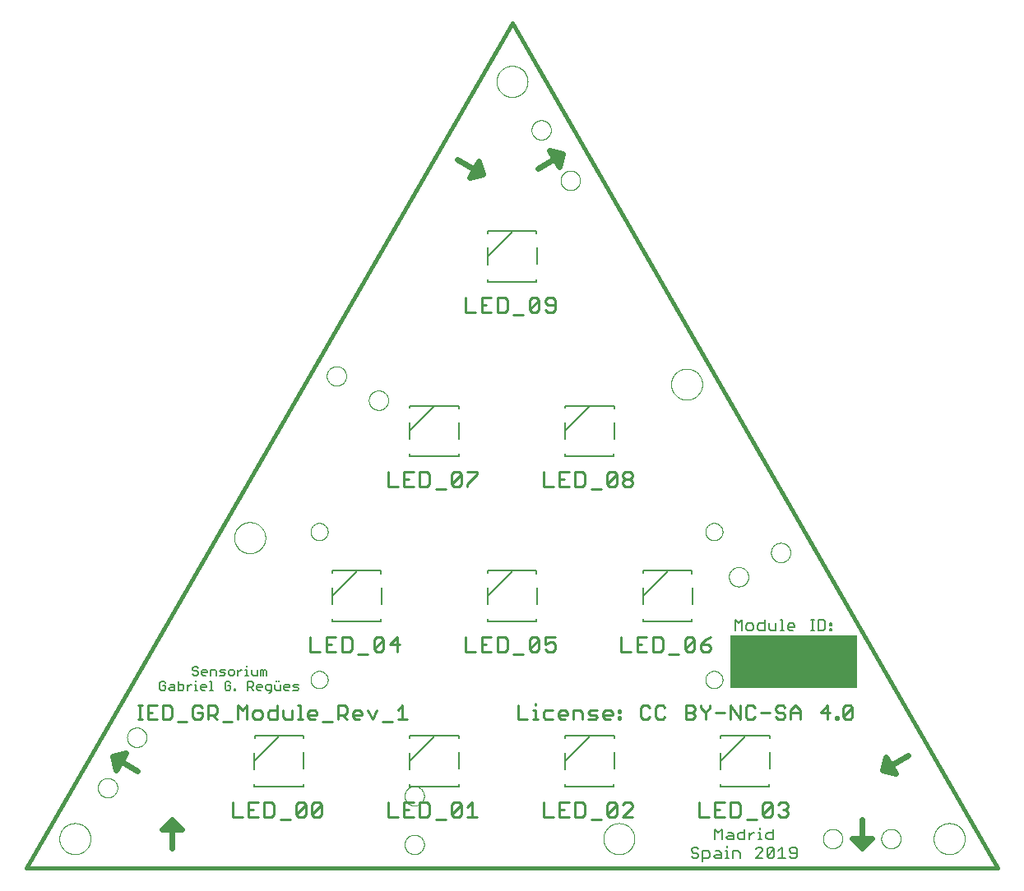
<source format=gto>
G04 EAGLE Gerber RS-274X export*
G75*
%MOMM*%
%FSLAX34Y34*%
%LPD*%
%INSilk top*%
%IPPOS*%
%AMOC8*
5,1,8,0,0,1.08239X$1,22.5*%
G01*
%ADD10C,0.406400*%
%ADD11C,0.000000*%
%ADD12C,0.279400*%
%ADD13C,0.609600*%
%ADD14C,0.152400*%
%ADD15C,0.203200*%
%ADD16R,13.000000X5.500000*%
%ADD17C,0.254000*%


D10*
X0Y0D02*
X1000000Y0D01*
X0Y0D02*
X500000Y870000D01*
X1000000Y0D01*
D11*
X820000Y30000D02*
X820003Y30245D01*
X820012Y30491D01*
X820027Y30736D01*
X820048Y30980D01*
X820075Y31224D01*
X820108Y31467D01*
X820147Y31710D01*
X820192Y31951D01*
X820243Y32191D01*
X820300Y32430D01*
X820362Y32667D01*
X820431Y32903D01*
X820505Y33137D01*
X820585Y33369D01*
X820670Y33599D01*
X820761Y33827D01*
X820858Y34052D01*
X820960Y34276D01*
X821068Y34496D01*
X821181Y34714D01*
X821299Y34929D01*
X821423Y35141D01*
X821551Y35350D01*
X821685Y35556D01*
X821824Y35758D01*
X821968Y35957D01*
X822117Y36152D01*
X822270Y36344D01*
X822428Y36532D01*
X822590Y36716D01*
X822758Y36895D01*
X822929Y37071D01*
X823105Y37242D01*
X823284Y37410D01*
X823468Y37572D01*
X823656Y37730D01*
X823848Y37883D01*
X824043Y38032D01*
X824242Y38176D01*
X824444Y38315D01*
X824650Y38449D01*
X824859Y38577D01*
X825071Y38701D01*
X825286Y38819D01*
X825504Y38932D01*
X825724Y39040D01*
X825948Y39142D01*
X826173Y39239D01*
X826401Y39330D01*
X826631Y39415D01*
X826863Y39495D01*
X827097Y39569D01*
X827333Y39638D01*
X827570Y39700D01*
X827809Y39757D01*
X828049Y39808D01*
X828290Y39853D01*
X828533Y39892D01*
X828776Y39925D01*
X829020Y39952D01*
X829264Y39973D01*
X829509Y39988D01*
X829755Y39997D01*
X830000Y40000D01*
X830245Y39997D01*
X830491Y39988D01*
X830736Y39973D01*
X830980Y39952D01*
X831224Y39925D01*
X831467Y39892D01*
X831710Y39853D01*
X831951Y39808D01*
X832191Y39757D01*
X832430Y39700D01*
X832667Y39638D01*
X832903Y39569D01*
X833137Y39495D01*
X833369Y39415D01*
X833599Y39330D01*
X833827Y39239D01*
X834052Y39142D01*
X834276Y39040D01*
X834496Y38932D01*
X834714Y38819D01*
X834929Y38701D01*
X835141Y38577D01*
X835350Y38449D01*
X835556Y38315D01*
X835758Y38176D01*
X835957Y38032D01*
X836152Y37883D01*
X836344Y37730D01*
X836532Y37572D01*
X836716Y37410D01*
X836895Y37242D01*
X837071Y37071D01*
X837242Y36895D01*
X837410Y36716D01*
X837572Y36532D01*
X837730Y36344D01*
X837883Y36152D01*
X838032Y35957D01*
X838176Y35758D01*
X838315Y35556D01*
X838449Y35350D01*
X838577Y35141D01*
X838701Y34929D01*
X838819Y34714D01*
X838932Y34496D01*
X839040Y34276D01*
X839142Y34052D01*
X839239Y33827D01*
X839330Y33599D01*
X839415Y33369D01*
X839495Y33137D01*
X839569Y32903D01*
X839638Y32667D01*
X839700Y32430D01*
X839757Y32191D01*
X839808Y31951D01*
X839853Y31710D01*
X839892Y31467D01*
X839925Y31224D01*
X839952Y30980D01*
X839973Y30736D01*
X839988Y30491D01*
X839997Y30245D01*
X840000Y30000D01*
X839997Y29755D01*
X839988Y29509D01*
X839973Y29264D01*
X839952Y29020D01*
X839925Y28776D01*
X839892Y28533D01*
X839853Y28290D01*
X839808Y28049D01*
X839757Y27809D01*
X839700Y27570D01*
X839638Y27333D01*
X839569Y27097D01*
X839495Y26863D01*
X839415Y26631D01*
X839330Y26401D01*
X839239Y26173D01*
X839142Y25948D01*
X839040Y25724D01*
X838932Y25504D01*
X838819Y25286D01*
X838701Y25071D01*
X838577Y24859D01*
X838449Y24650D01*
X838315Y24444D01*
X838176Y24242D01*
X838032Y24043D01*
X837883Y23848D01*
X837730Y23656D01*
X837572Y23468D01*
X837410Y23284D01*
X837242Y23105D01*
X837071Y22929D01*
X836895Y22758D01*
X836716Y22590D01*
X836532Y22428D01*
X836344Y22270D01*
X836152Y22117D01*
X835957Y21968D01*
X835758Y21824D01*
X835556Y21685D01*
X835350Y21551D01*
X835141Y21423D01*
X834929Y21299D01*
X834714Y21181D01*
X834496Y21068D01*
X834276Y20960D01*
X834052Y20858D01*
X833827Y20761D01*
X833599Y20670D01*
X833369Y20585D01*
X833137Y20505D01*
X832903Y20431D01*
X832667Y20362D01*
X832430Y20300D01*
X832191Y20243D01*
X831951Y20192D01*
X831710Y20147D01*
X831467Y20108D01*
X831224Y20075D01*
X830980Y20048D01*
X830736Y20027D01*
X830491Y20012D01*
X830245Y20003D01*
X830000Y20000D01*
X829755Y20003D01*
X829509Y20012D01*
X829264Y20027D01*
X829020Y20048D01*
X828776Y20075D01*
X828533Y20108D01*
X828290Y20147D01*
X828049Y20192D01*
X827809Y20243D01*
X827570Y20300D01*
X827333Y20362D01*
X827097Y20431D01*
X826863Y20505D01*
X826631Y20585D01*
X826401Y20670D01*
X826173Y20761D01*
X825948Y20858D01*
X825724Y20960D01*
X825504Y21068D01*
X825286Y21181D01*
X825071Y21299D01*
X824859Y21423D01*
X824650Y21551D01*
X824444Y21685D01*
X824242Y21824D01*
X824043Y21968D01*
X823848Y22117D01*
X823656Y22270D01*
X823468Y22428D01*
X823284Y22590D01*
X823105Y22758D01*
X822929Y22929D01*
X822758Y23105D01*
X822590Y23284D01*
X822428Y23468D01*
X822270Y23656D01*
X822117Y23848D01*
X821968Y24043D01*
X821824Y24242D01*
X821685Y24444D01*
X821551Y24650D01*
X821423Y24859D01*
X821299Y25071D01*
X821181Y25286D01*
X821068Y25504D01*
X820960Y25724D01*
X820858Y25948D01*
X820761Y26173D01*
X820670Y26401D01*
X820585Y26631D01*
X820505Y26863D01*
X820431Y27097D01*
X820362Y27333D01*
X820300Y27570D01*
X820243Y27809D01*
X820192Y28049D01*
X820147Y28290D01*
X820108Y28533D01*
X820075Y28776D01*
X820048Y29020D01*
X820027Y29264D01*
X820012Y29509D01*
X820003Y29755D01*
X820000Y30000D01*
X880000Y30000D02*
X880003Y30245D01*
X880012Y30491D01*
X880027Y30736D01*
X880048Y30980D01*
X880075Y31224D01*
X880108Y31467D01*
X880147Y31710D01*
X880192Y31951D01*
X880243Y32191D01*
X880300Y32430D01*
X880362Y32667D01*
X880431Y32903D01*
X880505Y33137D01*
X880585Y33369D01*
X880670Y33599D01*
X880761Y33827D01*
X880858Y34052D01*
X880960Y34276D01*
X881068Y34496D01*
X881181Y34714D01*
X881299Y34929D01*
X881423Y35141D01*
X881551Y35350D01*
X881685Y35556D01*
X881824Y35758D01*
X881968Y35957D01*
X882117Y36152D01*
X882270Y36344D01*
X882428Y36532D01*
X882590Y36716D01*
X882758Y36895D01*
X882929Y37071D01*
X883105Y37242D01*
X883284Y37410D01*
X883468Y37572D01*
X883656Y37730D01*
X883848Y37883D01*
X884043Y38032D01*
X884242Y38176D01*
X884444Y38315D01*
X884650Y38449D01*
X884859Y38577D01*
X885071Y38701D01*
X885286Y38819D01*
X885504Y38932D01*
X885724Y39040D01*
X885948Y39142D01*
X886173Y39239D01*
X886401Y39330D01*
X886631Y39415D01*
X886863Y39495D01*
X887097Y39569D01*
X887333Y39638D01*
X887570Y39700D01*
X887809Y39757D01*
X888049Y39808D01*
X888290Y39853D01*
X888533Y39892D01*
X888776Y39925D01*
X889020Y39952D01*
X889264Y39973D01*
X889509Y39988D01*
X889755Y39997D01*
X890000Y40000D01*
X890245Y39997D01*
X890491Y39988D01*
X890736Y39973D01*
X890980Y39952D01*
X891224Y39925D01*
X891467Y39892D01*
X891710Y39853D01*
X891951Y39808D01*
X892191Y39757D01*
X892430Y39700D01*
X892667Y39638D01*
X892903Y39569D01*
X893137Y39495D01*
X893369Y39415D01*
X893599Y39330D01*
X893827Y39239D01*
X894052Y39142D01*
X894276Y39040D01*
X894496Y38932D01*
X894714Y38819D01*
X894929Y38701D01*
X895141Y38577D01*
X895350Y38449D01*
X895556Y38315D01*
X895758Y38176D01*
X895957Y38032D01*
X896152Y37883D01*
X896344Y37730D01*
X896532Y37572D01*
X896716Y37410D01*
X896895Y37242D01*
X897071Y37071D01*
X897242Y36895D01*
X897410Y36716D01*
X897572Y36532D01*
X897730Y36344D01*
X897883Y36152D01*
X898032Y35957D01*
X898176Y35758D01*
X898315Y35556D01*
X898449Y35350D01*
X898577Y35141D01*
X898701Y34929D01*
X898819Y34714D01*
X898932Y34496D01*
X899040Y34276D01*
X899142Y34052D01*
X899239Y33827D01*
X899330Y33599D01*
X899415Y33369D01*
X899495Y33137D01*
X899569Y32903D01*
X899638Y32667D01*
X899700Y32430D01*
X899757Y32191D01*
X899808Y31951D01*
X899853Y31710D01*
X899892Y31467D01*
X899925Y31224D01*
X899952Y30980D01*
X899973Y30736D01*
X899988Y30491D01*
X899997Y30245D01*
X900000Y30000D01*
X899997Y29755D01*
X899988Y29509D01*
X899973Y29264D01*
X899952Y29020D01*
X899925Y28776D01*
X899892Y28533D01*
X899853Y28290D01*
X899808Y28049D01*
X899757Y27809D01*
X899700Y27570D01*
X899638Y27333D01*
X899569Y27097D01*
X899495Y26863D01*
X899415Y26631D01*
X899330Y26401D01*
X899239Y26173D01*
X899142Y25948D01*
X899040Y25724D01*
X898932Y25504D01*
X898819Y25286D01*
X898701Y25071D01*
X898577Y24859D01*
X898449Y24650D01*
X898315Y24444D01*
X898176Y24242D01*
X898032Y24043D01*
X897883Y23848D01*
X897730Y23656D01*
X897572Y23468D01*
X897410Y23284D01*
X897242Y23105D01*
X897071Y22929D01*
X896895Y22758D01*
X896716Y22590D01*
X896532Y22428D01*
X896344Y22270D01*
X896152Y22117D01*
X895957Y21968D01*
X895758Y21824D01*
X895556Y21685D01*
X895350Y21551D01*
X895141Y21423D01*
X894929Y21299D01*
X894714Y21181D01*
X894496Y21068D01*
X894276Y20960D01*
X894052Y20858D01*
X893827Y20761D01*
X893599Y20670D01*
X893369Y20585D01*
X893137Y20505D01*
X892903Y20431D01*
X892667Y20362D01*
X892430Y20300D01*
X892191Y20243D01*
X891951Y20192D01*
X891710Y20147D01*
X891467Y20108D01*
X891224Y20075D01*
X890980Y20048D01*
X890736Y20027D01*
X890491Y20012D01*
X890245Y20003D01*
X890000Y20000D01*
X889755Y20003D01*
X889509Y20012D01*
X889264Y20027D01*
X889020Y20048D01*
X888776Y20075D01*
X888533Y20108D01*
X888290Y20147D01*
X888049Y20192D01*
X887809Y20243D01*
X887570Y20300D01*
X887333Y20362D01*
X887097Y20431D01*
X886863Y20505D01*
X886631Y20585D01*
X886401Y20670D01*
X886173Y20761D01*
X885948Y20858D01*
X885724Y20960D01*
X885504Y21068D01*
X885286Y21181D01*
X885071Y21299D01*
X884859Y21423D01*
X884650Y21551D01*
X884444Y21685D01*
X884242Y21824D01*
X884043Y21968D01*
X883848Y22117D01*
X883656Y22270D01*
X883468Y22428D01*
X883284Y22590D01*
X883105Y22758D01*
X882929Y22929D01*
X882758Y23105D01*
X882590Y23284D01*
X882428Y23468D01*
X882270Y23656D01*
X882117Y23848D01*
X881968Y24043D01*
X881824Y24242D01*
X881685Y24444D01*
X881551Y24650D01*
X881423Y24859D01*
X881299Y25071D01*
X881181Y25286D01*
X881068Y25504D01*
X880960Y25724D01*
X880858Y25948D01*
X880761Y26173D01*
X880670Y26401D01*
X880585Y26631D01*
X880505Y26863D01*
X880431Y27097D01*
X880362Y27333D01*
X880300Y27570D01*
X880243Y27809D01*
X880192Y28049D01*
X880147Y28290D01*
X880108Y28533D01*
X880075Y28776D01*
X880048Y29020D01*
X880027Y29264D01*
X880012Y29509D01*
X880003Y29755D01*
X880000Y30000D01*
X73660Y82417D02*
X73663Y82662D01*
X73672Y82908D01*
X73687Y83153D01*
X73708Y83397D01*
X73735Y83641D01*
X73768Y83884D01*
X73807Y84127D01*
X73852Y84368D01*
X73903Y84608D01*
X73960Y84847D01*
X74022Y85084D01*
X74091Y85320D01*
X74165Y85554D01*
X74245Y85786D01*
X74330Y86016D01*
X74421Y86244D01*
X74518Y86469D01*
X74620Y86693D01*
X74728Y86913D01*
X74841Y87131D01*
X74959Y87346D01*
X75083Y87558D01*
X75211Y87767D01*
X75345Y87973D01*
X75484Y88175D01*
X75628Y88374D01*
X75777Y88569D01*
X75930Y88761D01*
X76088Y88949D01*
X76250Y89133D01*
X76418Y89312D01*
X76589Y89488D01*
X76765Y89659D01*
X76944Y89827D01*
X77128Y89989D01*
X77316Y90147D01*
X77508Y90300D01*
X77703Y90449D01*
X77902Y90593D01*
X78104Y90732D01*
X78310Y90866D01*
X78519Y90994D01*
X78731Y91118D01*
X78946Y91236D01*
X79164Y91349D01*
X79384Y91457D01*
X79608Y91559D01*
X79833Y91656D01*
X80061Y91747D01*
X80291Y91832D01*
X80523Y91912D01*
X80757Y91986D01*
X80993Y92055D01*
X81230Y92117D01*
X81469Y92174D01*
X81709Y92225D01*
X81950Y92270D01*
X82193Y92309D01*
X82436Y92342D01*
X82680Y92369D01*
X82924Y92390D01*
X83169Y92405D01*
X83415Y92414D01*
X83660Y92417D01*
X83905Y92414D01*
X84151Y92405D01*
X84396Y92390D01*
X84640Y92369D01*
X84884Y92342D01*
X85127Y92309D01*
X85370Y92270D01*
X85611Y92225D01*
X85851Y92174D01*
X86090Y92117D01*
X86327Y92055D01*
X86563Y91986D01*
X86797Y91912D01*
X87029Y91832D01*
X87259Y91747D01*
X87487Y91656D01*
X87712Y91559D01*
X87936Y91457D01*
X88156Y91349D01*
X88374Y91236D01*
X88589Y91118D01*
X88801Y90994D01*
X89010Y90866D01*
X89216Y90732D01*
X89418Y90593D01*
X89617Y90449D01*
X89812Y90300D01*
X90004Y90147D01*
X90192Y89989D01*
X90376Y89827D01*
X90555Y89659D01*
X90731Y89488D01*
X90902Y89312D01*
X91070Y89133D01*
X91232Y88949D01*
X91390Y88761D01*
X91543Y88569D01*
X91692Y88374D01*
X91836Y88175D01*
X91975Y87973D01*
X92109Y87767D01*
X92237Y87558D01*
X92361Y87346D01*
X92479Y87131D01*
X92592Y86913D01*
X92700Y86693D01*
X92802Y86469D01*
X92899Y86244D01*
X92990Y86016D01*
X93075Y85786D01*
X93155Y85554D01*
X93229Y85320D01*
X93298Y85084D01*
X93360Y84847D01*
X93417Y84608D01*
X93468Y84368D01*
X93513Y84127D01*
X93552Y83884D01*
X93585Y83641D01*
X93612Y83397D01*
X93633Y83153D01*
X93648Y82908D01*
X93657Y82662D01*
X93660Y82417D01*
X93657Y82172D01*
X93648Y81926D01*
X93633Y81681D01*
X93612Y81437D01*
X93585Y81193D01*
X93552Y80950D01*
X93513Y80707D01*
X93468Y80466D01*
X93417Y80226D01*
X93360Y79987D01*
X93298Y79750D01*
X93229Y79514D01*
X93155Y79280D01*
X93075Y79048D01*
X92990Y78818D01*
X92899Y78590D01*
X92802Y78365D01*
X92700Y78141D01*
X92592Y77921D01*
X92479Y77703D01*
X92361Y77488D01*
X92237Y77276D01*
X92109Y77067D01*
X91975Y76861D01*
X91836Y76659D01*
X91692Y76460D01*
X91543Y76265D01*
X91390Y76073D01*
X91232Y75885D01*
X91070Y75701D01*
X90902Y75522D01*
X90731Y75346D01*
X90555Y75175D01*
X90376Y75007D01*
X90192Y74845D01*
X90004Y74687D01*
X89812Y74534D01*
X89617Y74385D01*
X89418Y74241D01*
X89216Y74102D01*
X89010Y73968D01*
X88801Y73840D01*
X88589Y73716D01*
X88374Y73598D01*
X88156Y73485D01*
X87936Y73377D01*
X87712Y73275D01*
X87487Y73178D01*
X87259Y73087D01*
X87029Y73002D01*
X86797Y72922D01*
X86563Y72848D01*
X86327Y72779D01*
X86090Y72717D01*
X85851Y72660D01*
X85611Y72609D01*
X85370Y72564D01*
X85127Y72525D01*
X84884Y72492D01*
X84640Y72465D01*
X84396Y72444D01*
X84151Y72429D01*
X83905Y72420D01*
X83660Y72417D01*
X83415Y72420D01*
X83169Y72429D01*
X82924Y72444D01*
X82680Y72465D01*
X82436Y72492D01*
X82193Y72525D01*
X81950Y72564D01*
X81709Y72609D01*
X81469Y72660D01*
X81230Y72717D01*
X80993Y72779D01*
X80757Y72848D01*
X80523Y72922D01*
X80291Y73002D01*
X80061Y73087D01*
X79833Y73178D01*
X79608Y73275D01*
X79384Y73377D01*
X79164Y73485D01*
X78946Y73598D01*
X78731Y73716D01*
X78519Y73840D01*
X78310Y73968D01*
X78104Y74102D01*
X77902Y74241D01*
X77703Y74385D01*
X77508Y74534D01*
X77316Y74687D01*
X77128Y74845D01*
X76944Y75007D01*
X76765Y75175D01*
X76589Y75346D01*
X76418Y75522D01*
X76250Y75701D01*
X76088Y75885D01*
X75930Y76073D01*
X75777Y76265D01*
X75628Y76460D01*
X75484Y76659D01*
X75345Y76861D01*
X75211Y77067D01*
X75083Y77276D01*
X74959Y77488D01*
X74841Y77703D01*
X74728Y77921D01*
X74620Y78141D01*
X74518Y78365D01*
X74421Y78590D01*
X74330Y78818D01*
X74245Y79048D01*
X74165Y79280D01*
X74091Y79514D01*
X74022Y79750D01*
X73960Y79987D01*
X73903Y80226D01*
X73852Y80466D01*
X73807Y80707D01*
X73768Y80950D01*
X73735Y81193D01*
X73708Y81437D01*
X73687Y81681D01*
X73672Y81926D01*
X73663Y82172D01*
X73660Y82417D01*
X103660Y134378D02*
X103663Y134623D01*
X103672Y134869D01*
X103687Y135114D01*
X103708Y135358D01*
X103735Y135602D01*
X103768Y135845D01*
X103807Y136088D01*
X103852Y136329D01*
X103903Y136569D01*
X103960Y136808D01*
X104022Y137045D01*
X104091Y137281D01*
X104165Y137515D01*
X104245Y137747D01*
X104330Y137977D01*
X104421Y138205D01*
X104518Y138430D01*
X104620Y138654D01*
X104728Y138874D01*
X104841Y139092D01*
X104959Y139307D01*
X105083Y139519D01*
X105211Y139728D01*
X105345Y139934D01*
X105484Y140136D01*
X105628Y140335D01*
X105777Y140530D01*
X105930Y140722D01*
X106088Y140910D01*
X106250Y141094D01*
X106418Y141273D01*
X106589Y141449D01*
X106765Y141620D01*
X106944Y141788D01*
X107128Y141950D01*
X107316Y142108D01*
X107508Y142261D01*
X107703Y142410D01*
X107902Y142554D01*
X108104Y142693D01*
X108310Y142827D01*
X108519Y142955D01*
X108731Y143079D01*
X108946Y143197D01*
X109164Y143310D01*
X109384Y143418D01*
X109608Y143520D01*
X109833Y143617D01*
X110061Y143708D01*
X110291Y143793D01*
X110523Y143873D01*
X110757Y143947D01*
X110993Y144016D01*
X111230Y144078D01*
X111469Y144135D01*
X111709Y144186D01*
X111950Y144231D01*
X112193Y144270D01*
X112436Y144303D01*
X112680Y144330D01*
X112924Y144351D01*
X113169Y144366D01*
X113415Y144375D01*
X113660Y144378D01*
X113905Y144375D01*
X114151Y144366D01*
X114396Y144351D01*
X114640Y144330D01*
X114884Y144303D01*
X115127Y144270D01*
X115370Y144231D01*
X115611Y144186D01*
X115851Y144135D01*
X116090Y144078D01*
X116327Y144016D01*
X116563Y143947D01*
X116797Y143873D01*
X117029Y143793D01*
X117259Y143708D01*
X117487Y143617D01*
X117712Y143520D01*
X117936Y143418D01*
X118156Y143310D01*
X118374Y143197D01*
X118589Y143079D01*
X118801Y142955D01*
X119010Y142827D01*
X119216Y142693D01*
X119418Y142554D01*
X119617Y142410D01*
X119812Y142261D01*
X120004Y142108D01*
X120192Y141950D01*
X120376Y141788D01*
X120555Y141620D01*
X120731Y141449D01*
X120902Y141273D01*
X121070Y141094D01*
X121232Y140910D01*
X121390Y140722D01*
X121543Y140530D01*
X121692Y140335D01*
X121836Y140136D01*
X121975Y139934D01*
X122109Y139728D01*
X122237Y139519D01*
X122361Y139307D01*
X122479Y139092D01*
X122592Y138874D01*
X122700Y138654D01*
X122802Y138430D01*
X122899Y138205D01*
X122990Y137977D01*
X123075Y137747D01*
X123155Y137515D01*
X123229Y137281D01*
X123298Y137045D01*
X123360Y136808D01*
X123417Y136569D01*
X123468Y136329D01*
X123513Y136088D01*
X123552Y135845D01*
X123585Y135602D01*
X123612Y135358D01*
X123633Y135114D01*
X123648Y134869D01*
X123657Y134623D01*
X123660Y134378D01*
X123657Y134133D01*
X123648Y133887D01*
X123633Y133642D01*
X123612Y133398D01*
X123585Y133154D01*
X123552Y132911D01*
X123513Y132668D01*
X123468Y132427D01*
X123417Y132187D01*
X123360Y131948D01*
X123298Y131711D01*
X123229Y131475D01*
X123155Y131241D01*
X123075Y131009D01*
X122990Y130779D01*
X122899Y130551D01*
X122802Y130326D01*
X122700Y130102D01*
X122592Y129882D01*
X122479Y129664D01*
X122361Y129449D01*
X122237Y129237D01*
X122109Y129028D01*
X121975Y128822D01*
X121836Y128620D01*
X121692Y128421D01*
X121543Y128226D01*
X121390Y128034D01*
X121232Y127846D01*
X121070Y127662D01*
X120902Y127483D01*
X120731Y127307D01*
X120555Y127136D01*
X120376Y126968D01*
X120192Y126806D01*
X120004Y126648D01*
X119812Y126495D01*
X119617Y126346D01*
X119418Y126202D01*
X119216Y126063D01*
X119010Y125929D01*
X118801Y125801D01*
X118589Y125677D01*
X118374Y125559D01*
X118156Y125446D01*
X117936Y125338D01*
X117712Y125236D01*
X117487Y125139D01*
X117259Y125048D01*
X117029Y124963D01*
X116797Y124883D01*
X116563Y124809D01*
X116327Y124740D01*
X116090Y124678D01*
X115851Y124621D01*
X115611Y124570D01*
X115370Y124525D01*
X115127Y124486D01*
X114884Y124453D01*
X114640Y124426D01*
X114396Y124405D01*
X114151Y124390D01*
X113905Y124381D01*
X113660Y124378D01*
X113415Y124381D01*
X113169Y124390D01*
X112924Y124405D01*
X112680Y124426D01*
X112436Y124453D01*
X112193Y124486D01*
X111950Y124525D01*
X111709Y124570D01*
X111469Y124621D01*
X111230Y124678D01*
X110993Y124740D01*
X110757Y124809D01*
X110523Y124883D01*
X110291Y124963D01*
X110061Y125048D01*
X109833Y125139D01*
X109608Y125236D01*
X109384Y125338D01*
X109164Y125446D01*
X108946Y125559D01*
X108731Y125677D01*
X108519Y125801D01*
X108310Y125929D01*
X108104Y126063D01*
X107902Y126202D01*
X107703Y126346D01*
X107508Y126495D01*
X107316Y126648D01*
X107128Y126806D01*
X106944Y126968D01*
X106765Y127136D01*
X106589Y127307D01*
X106418Y127483D01*
X106250Y127662D01*
X106088Y127846D01*
X105930Y128034D01*
X105777Y128226D01*
X105628Y128421D01*
X105484Y128620D01*
X105345Y128822D01*
X105211Y129028D01*
X105083Y129237D01*
X104959Y129449D01*
X104841Y129664D01*
X104728Y129882D01*
X104620Y130102D01*
X104518Y130326D01*
X104421Y130551D01*
X104330Y130779D01*
X104245Y131009D01*
X104165Y131241D01*
X104091Y131475D01*
X104022Y131711D01*
X103960Y131948D01*
X103903Y132187D01*
X103852Y132427D01*
X103807Y132668D01*
X103768Y132911D01*
X103735Y133154D01*
X103708Y133398D01*
X103687Y133642D01*
X103672Y133887D01*
X103663Y134133D01*
X103660Y134378D01*
X520000Y760000D02*
X520003Y760245D01*
X520012Y760491D01*
X520027Y760736D01*
X520048Y760980D01*
X520075Y761224D01*
X520108Y761467D01*
X520147Y761710D01*
X520192Y761951D01*
X520243Y762191D01*
X520300Y762430D01*
X520362Y762667D01*
X520431Y762903D01*
X520505Y763137D01*
X520585Y763369D01*
X520670Y763599D01*
X520761Y763827D01*
X520858Y764052D01*
X520960Y764276D01*
X521068Y764496D01*
X521181Y764714D01*
X521299Y764929D01*
X521423Y765141D01*
X521551Y765350D01*
X521685Y765556D01*
X521824Y765758D01*
X521968Y765957D01*
X522117Y766152D01*
X522270Y766344D01*
X522428Y766532D01*
X522590Y766716D01*
X522758Y766895D01*
X522929Y767071D01*
X523105Y767242D01*
X523284Y767410D01*
X523468Y767572D01*
X523656Y767730D01*
X523848Y767883D01*
X524043Y768032D01*
X524242Y768176D01*
X524444Y768315D01*
X524650Y768449D01*
X524859Y768577D01*
X525071Y768701D01*
X525286Y768819D01*
X525504Y768932D01*
X525724Y769040D01*
X525948Y769142D01*
X526173Y769239D01*
X526401Y769330D01*
X526631Y769415D01*
X526863Y769495D01*
X527097Y769569D01*
X527333Y769638D01*
X527570Y769700D01*
X527809Y769757D01*
X528049Y769808D01*
X528290Y769853D01*
X528533Y769892D01*
X528776Y769925D01*
X529020Y769952D01*
X529264Y769973D01*
X529509Y769988D01*
X529755Y769997D01*
X530000Y770000D01*
X530245Y769997D01*
X530491Y769988D01*
X530736Y769973D01*
X530980Y769952D01*
X531224Y769925D01*
X531467Y769892D01*
X531710Y769853D01*
X531951Y769808D01*
X532191Y769757D01*
X532430Y769700D01*
X532667Y769638D01*
X532903Y769569D01*
X533137Y769495D01*
X533369Y769415D01*
X533599Y769330D01*
X533827Y769239D01*
X534052Y769142D01*
X534276Y769040D01*
X534496Y768932D01*
X534714Y768819D01*
X534929Y768701D01*
X535141Y768577D01*
X535350Y768449D01*
X535556Y768315D01*
X535758Y768176D01*
X535957Y768032D01*
X536152Y767883D01*
X536344Y767730D01*
X536532Y767572D01*
X536716Y767410D01*
X536895Y767242D01*
X537071Y767071D01*
X537242Y766895D01*
X537410Y766716D01*
X537572Y766532D01*
X537730Y766344D01*
X537883Y766152D01*
X538032Y765957D01*
X538176Y765758D01*
X538315Y765556D01*
X538449Y765350D01*
X538577Y765141D01*
X538701Y764929D01*
X538819Y764714D01*
X538932Y764496D01*
X539040Y764276D01*
X539142Y764052D01*
X539239Y763827D01*
X539330Y763599D01*
X539415Y763369D01*
X539495Y763137D01*
X539569Y762903D01*
X539638Y762667D01*
X539700Y762430D01*
X539757Y762191D01*
X539808Y761951D01*
X539853Y761710D01*
X539892Y761467D01*
X539925Y761224D01*
X539952Y760980D01*
X539973Y760736D01*
X539988Y760491D01*
X539997Y760245D01*
X540000Y760000D01*
X539997Y759755D01*
X539988Y759509D01*
X539973Y759264D01*
X539952Y759020D01*
X539925Y758776D01*
X539892Y758533D01*
X539853Y758290D01*
X539808Y758049D01*
X539757Y757809D01*
X539700Y757570D01*
X539638Y757333D01*
X539569Y757097D01*
X539495Y756863D01*
X539415Y756631D01*
X539330Y756401D01*
X539239Y756173D01*
X539142Y755948D01*
X539040Y755724D01*
X538932Y755504D01*
X538819Y755286D01*
X538701Y755071D01*
X538577Y754859D01*
X538449Y754650D01*
X538315Y754444D01*
X538176Y754242D01*
X538032Y754043D01*
X537883Y753848D01*
X537730Y753656D01*
X537572Y753468D01*
X537410Y753284D01*
X537242Y753105D01*
X537071Y752929D01*
X536895Y752758D01*
X536716Y752590D01*
X536532Y752428D01*
X536344Y752270D01*
X536152Y752117D01*
X535957Y751968D01*
X535758Y751824D01*
X535556Y751685D01*
X535350Y751551D01*
X535141Y751423D01*
X534929Y751299D01*
X534714Y751181D01*
X534496Y751068D01*
X534276Y750960D01*
X534052Y750858D01*
X533827Y750761D01*
X533599Y750670D01*
X533369Y750585D01*
X533137Y750505D01*
X532903Y750431D01*
X532667Y750362D01*
X532430Y750300D01*
X532191Y750243D01*
X531951Y750192D01*
X531710Y750147D01*
X531467Y750108D01*
X531224Y750075D01*
X530980Y750048D01*
X530736Y750027D01*
X530491Y750012D01*
X530245Y750003D01*
X530000Y750000D01*
X529755Y750003D01*
X529509Y750012D01*
X529264Y750027D01*
X529020Y750048D01*
X528776Y750075D01*
X528533Y750108D01*
X528290Y750147D01*
X528049Y750192D01*
X527809Y750243D01*
X527570Y750300D01*
X527333Y750362D01*
X527097Y750431D01*
X526863Y750505D01*
X526631Y750585D01*
X526401Y750670D01*
X526173Y750761D01*
X525948Y750858D01*
X525724Y750960D01*
X525504Y751068D01*
X525286Y751181D01*
X525071Y751299D01*
X524859Y751423D01*
X524650Y751551D01*
X524444Y751685D01*
X524242Y751824D01*
X524043Y751968D01*
X523848Y752117D01*
X523656Y752270D01*
X523468Y752428D01*
X523284Y752590D01*
X523105Y752758D01*
X522929Y752929D01*
X522758Y753105D01*
X522590Y753284D01*
X522428Y753468D01*
X522270Y753656D01*
X522117Y753848D01*
X521968Y754043D01*
X521824Y754242D01*
X521685Y754444D01*
X521551Y754650D01*
X521423Y754859D01*
X521299Y755071D01*
X521181Y755286D01*
X521068Y755504D01*
X520960Y755724D01*
X520858Y755948D01*
X520761Y756173D01*
X520670Y756401D01*
X520585Y756631D01*
X520505Y756863D01*
X520431Y757097D01*
X520362Y757333D01*
X520300Y757570D01*
X520243Y757809D01*
X520192Y758049D01*
X520147Y758290D01*
X520108Y758533D01*
X520075Y758776D01*
X520048Y759020D01*
X520027Y759264D01*
X520012Y759509D01*
X520003Y759755D01*
X520000Y760000D01*
X550000Y708038D02*
X550003Y708283D01*
X550012Y708529D01*
X550027Y708774D01*
X550048Y709018D01*
X550075Y709262D01*
X550108Y709505D01*
X550147Y709748D01*
X550192Y709989D01*
X550243Y710229D01*
X550300Y710468D01*
X550362Y710705D01*
X550431Y710941D01*
X550505Y711175D01*
X550585Y711407D01*
X550670Y711637D01*
X550761Y711865D01*
X550858Y712090D01*
X550960Y712314D01*
X551068Y712534D01*
X551181Y712752D01*
X551299Y712967D01*
X551423Y713179D01*
X551551Y713388D01*
X551685Y713594D01*
X551824Y713796D01*
X551968Y713995D01*
X552117Y714190D01*
X552270Y714382D01*
X552428Y714570D01*
X552590Y714754D01*
X552758Y714933D01*
X552929Y715109D01*
X553105Y715280D01*
X553284Y715448D01*
X553468Y715610D01*
X553656Y715768D01*
X553848Y715921D01*
X554043Y716070D01*
X554242Y716214D01*
X554444Y716353D01*
X554650Y716487D01*
X554859Y716615D01*
X555071Y716739D01*
X555286Y716857D01*
X555504Y716970D01*
X555724Y717078D01*
X555948Y717180D01*
X556173Y717277D01*
X556401Y717368D01*
X556631Y717453D01*
X556863Y717533D01*
X557097Y717607D01*
X557333Y717676D01*
X557570Y717738D01*
X557809Y717795D01*
X558049Y717846D01*
X558290Y717891D01*
X558533Y717930D01*
X558776Y717963D01*
X559020Y717990D01*
X559264Y718011D01*
X559509Y718026D01*
X559755Y718035D01*
X560000Y718038D01*
X560245Y718035D01*
X560491Y718026D01*
X560736Y718011D01*
X560980Y717990D01*
X561224Y717963D01*
X561467Y717930D01*
X561710Y717891D01*
X561951Y717846D01*
X562191Y717795D01*
X562430Y717738D01*
X562667Y717676D01*
X562903Y717607D01*
X563137Y717533D01*
X563369Y717453D01*
X563599Y717368D01*
X563827Y717277D01*
X564052Y717180D01*
X564276Y717078D01*
X564496Y716970D01*
X564714Y716857D01*
X564929Y716739D01*
X565141Y716615D01*
X565350Y716487D01*
X565556Y716353D01*
X565758Y716214D01*
X565957Y716070D01*
X566152Y715921D01*
X566344Y715768D01*
X566532Y715610D01*
X566716Y715448D01*
X566895Y715280D01*
X567071Y715109D01*
X567242Y714933D01*
X567410Y714754D01*
X567572Y714570D01*
X567730Y714382D01*
X567883Y714190D01*
X568032Y713995D01*
X568176Y713796D01*
X568315Y713594D01*
X568449Y713388D01*
X568577Y713179D01*
X568701Y712967D01*
X568819Y712752D01*
X568932Y712534D01*
X569040Y712314D01*
X569142Y712090D01*
X569239Y711865D01*
X569330Y711637D01*
X569415Y711407D01*
X569495Y711175D01*
X569569Y710941D01*
X569638Y710705D01*
X569700Y710468D01*
X569757Y710229D01*
X569808Y709989D01*
X569853Y709748D01*
X569892Y709505D01*
X569925Y709262D01*
X569952Y709018D01*
X569973Y708774D01*
X569988Y708529D01*
X569997Y708283D01*
X570000Y708038D01*
X569997Y707793D01*
X569988Y707547D01*
X569973Y707302D01*
X569952Y707058D01*
X569925Y706814D01*
X569892Y706571D01*
X569853Y706328D01*
X569808Y706087D01*
X569757Y705847D01*
X569700Y705608D01*
X569638Y705371D01*
X569569Y705135D01*
X569495Y704901D01*
X569415Y704669D01*
X569330Y704439D01*
X569239Y704211D01*
X569142Y703986D01*
X569040Y703762D01*
X568932Y703542D01*
X568819Y703324D01*
X568701Y703109D01*
X568577Y702897D01*
X568449Y702688D01*
X568315Y702482D01*
X568176Y702280D01*
X568032Y702081D01*
X567883Y701886D01*
X567730Y701694D01*
X567572Y701506D01*
X567410Y701322D01*
X567242Y701143D01*
X567071Y700967D01*
X566895Y700796D01*
X566716Y700628D01*
X566532Y700466D01*
X566344Y700308D01*
X566152Y700155D01*
X565957Y700006D01*
X565758Y699862D01*
X565556Y699723D01*
X565350Y699589D01*
X565141Y699461D01*
X564929Y699337D01*
X564714Y699219D01*
X564496Y699106D01*
X564276Y698998D01*
X564052Y698896D01*
X563827Y698799D01*
X563599Y698708D01*
X563369Y698623D01*
X563137Y698543D01*
X562903Y698469D01*
X562667Y698400D01*
X562430Y698338D01*
X562191Y698281D01*
X561951Y698230D01*
X561710Y698185D01*
X561467Y698146D01*
X561224Y698113D01*
X560980Y698086D01*
X560736Y698065D01*
X560491Y698050D01*
X560245Y698041D01*
X560000Y698038D01*
X559755Y698041D01*
X559509Y698050D01*
X559264Y698065D01*
X559020Y698086D01*
X558776Y698113D01*
X558533Y698146D01*
X558290Y698185D01*
X558049Y698230D01*
X557809Y698281D01*
X557570Y698338D01*
X557333Y698400D01*
X557097Y698469D01*
X556863Y698543D01*
X556631Y698623D01*
X556401Y698708D01*
X556173Y698799D01*
X555948Y698896D01*
X555724Y698998D01*
X555504Y699106D01*
X555286Y699219D01*
X555071Y699337D01*
X554859Y699461D01*
X554650Y699589D01*
X554444Y699723D01*
X554242Y699862D01*
X554043Y700006D01*
X553848Y700155D01*
X553656Y700308D01*
X553468Y700466D01*
X553284Y700628D01*
X553105Y700796D01*
X552929Y700967D01*
X552758Y701143D01*
X552590Y701322D01*
X552428Y701506D01*
X552270Y701694D01*
X552117Y701886D01*
X551968Y702081D01*
X551824Y702280D01*
X551685Y702482D01*
X551551Y702688D01*
X551423Y702897D01*
X551299Y703109D01*
X551181Y703324D01*
X551068Y703542D01*
X550960Y703762D01*
X550858Y703986D01*
X550761Y704211D01*
X550670Y704439D01*
X550585Y704669D01*
X550505Y704901D01*
X550431Y705135D01*
X550362Y705371D01*
X550300Y705608D01*
X550243Y705847D01*
X550192Y706087D01*
X550147Y706328D01*
X550108Y706571D01*
X550075Y706814D01*
X550048Y707058D01*
X550027Y707302D01*
X550012Y707547D01*
X550003Y707793D01*
X550000Y708038D01*
X389378Y24019D02*
X389381Y24264D01*
X389390Y24510D01*
X389405Y24755D01*
X389426Y24999D01*
X389453Y25243D01*
X389486Y25486D01*
X389525Y25729D01*
X389570Y25970D01*
X389621Y26210D01*
X389678Y26449D01*
X389740Y26686D01*
X389809Y26922D01*
X389883Y27156D01*
X389963Y27388D01*
X390048Y27618D01*
X390139Y27846D01*
X390236Y28071D01*
X390338Y28295D01*
X390446Y28515D01*
X390559Y28733D01*
X390677Y28948D01*
X390801Y29160D01*
X390929Y29369D01*
X391063Y29575D01*
X391202Y29777D01*
X391346Y29976D01*
X391495Y30171D01*
X391648Y30363D01*
X391806Y30551D01*
X391968Y30735D01*
X392136Y30914D01*
X392307Y31090D01*
X392483Y31261D01*
X392662Y31429D01*
X392846Y31591D01*
X393034Y31749D01*
X393226Y31902D01*
X393421Y32051D01*
X393620Y32195D01*
X393822Y32334D01*
X394028Y32468D01*
X394237Y32596D01*
X394449Y32720D01*
X394664Y32838D01*
X394882Y32951D01*
X395102Y33059D01*
X395326Y33161D01*
X395551Y33258D01*
X395779Y33349D01*
X396009Y33434D01*
X396241Y33514D01*
X396475Y33588D01*
X396711Y33657D01*
X396948Y33719D01*
X397187Y33776D01*
X397427Y33827D01*
X397668Y33872D01*
X397911Y33911D01*
X398154Y33944D01*
X398398Y33971D01*
X398642Y33992D01*
X398887Y34007D01*
X399133Y34016D01*
X399378Y34019D01*
X399623Y34016D01*
X399869Y34007D01*
X400114Y33992D01*
X400358Y33971D01*
X400602Y33944D01*
X400845Y33911D01*
X401088Y33872D01*
X401329Y33827D01*
X401569Y33776D01*
X401808Y33719D01*
X402045Y33657D01*
X402281Y33588D01*
X402515Y33514D01*
X402747Y33434D01*
X402977Y33349D01*
X403205Y33258D01*
X403430Y33161D01*
X403654Y33059D01*
X403874Y32951D01*
X404092Y32838D01*
X404307Y32720D01*
X404519Y32596D01*
X404728Y32468D01*
X404934Y32334D01*
X405136Y32195D01*
X405335Y32051D01*
X405530Y31902D01*
X405722Y31749D01*
X405910Y31591D01*
X406094Y31429D01*
X406273Y31261D01*
X406449Y31090D01*
X406620Y30914D01*
X406788Y30735D01*
X406950Y30551D01*
X407108Y30363D01*
X407261Y30171D01*
X407410Y29976D01*
X407554Y29777D01*
X407693Y29575D01*
X407827Y29369D01*
X407955Y29160D01*
X408079Y28948D01*
X408197Y28733D01*
X408310Y28515D01*
X408418Y28295D01*
X408520Y28071D01*
X408617Y27846D01*
X408708Y27618D01*
X408793Y27388D01*
X408873Y27156D01*
X408947Y26922D01*
X409016Y26686D01*
X409078Y26449D01*
X409135Y26210D01*
X409186Y25970D01*
X409231Y25729D01*
X409270Y25486D01*
X409303Y25243D01*
X409330Y24999D01*
X409351Y24755D01*
X409366Y24510D01*
X409375Y24264D01*
X409378Y24019D01*
X409375Y23774D01*
X409366Y23528D01*
X409351Y23283D01*
X409330Y23039D01*
X409303Y22795D01*
X409270Y22552D01*
X409231Y22309D01*
X409186Y22068D01*
X409135Y21828D01*
X409078Y21589D01*
X409016Y21352D01*
X408947Y21116D01*
X408873Y20882D01*
X408793Y20650D01*
X408708Y20420D01*
X408617Y20192D01*
X408520Y19967D01*
X408418Y19743D01*
X408310Y19523D01*
X408197Y19305D01*
X408079Y19090D01*
X407955Y18878D01*
X407827Y18669D01*
X407693Y18463D01*
X407554Y18261D01*
X407410Y18062D01*
X407261Y17867D01*
X407108Y17675D01*
X406950Y17487D01*
X406788Y17303D01*
X406620Y17124D01*
X406449Y16948D01*
X406273Y16777D01*
X406094Y16609D01*
X405910Y16447D01*
X405722Y16289D01*
X405530Y16136D01*
X405335Y15987D01*
X405136Y15843D01*
X404934Y15704D01*
X404728Y15570D01*
X404519Y15442D01*
X404307Y15318D01*
X404092Y15200D01*
X403874Y15087D01*
X403654Y14979D01*
X403430Y14877D01*
X403205Y14780D01*
X402977Y14689D01*
X402747Y14604D01*
X402515Y14524D01*
X402281Y14450D01*
X402045Y14381D01*
X401808Y14319D01*
X401569Y14262D01*
X401329Y14211D01*
X401088Y14166D01*
X400845Y14127D01*
X400602Y14094D01*
X400358Y14067D01*
X400114Y14046D01*
X399869Y14031D01*
X399623Y14022D01*
X399378Y14019D01*
X399133Y14022D01*
X398887Y14031D01*
X398642Y14046D01*
X398398Y14067D01*
X398154Y14094D01*
X397911Y14127D01*
X397668Y14166D01*
X397427Y14211D01*
X397187Y14262D01*
X396948Y14319D01*
X396711Y14381D01*
X396475Y14450D01*
X396241Y14524D01*
X396009Y14604D01*
X395779Y14689D01*
X395551Y14780D01*
X395326Y14877D01*
X395102Y14979D01*
X394882Y15087D01*
X394664Y15200D01*
X394449Y15318D01*
X394237Y15442D01*
X394028Y15570D01*
X393822Y15704D01*
X393620Y15843D01*
X393421Y15987D01*
X393226Y16136D01*
X393034Y16289D01*
X392846Y16447D01*
X392662Y16609D01*
X392483Y16777D01*
X392307Y16948D01*
X392136Y17124D01*
X391968Y17303D01*
X391806Y17487D01*
X391648Y17675D01*
X391495Y17867D01*
X391346Y18062D01*
X391202Y18261D01*
X391063Y18463D01*
X390929Y18669D01*
X390801Y18878D01*
X390677Y19090D01*
X390559Y19305D01*
X390446Y19523D01*
X390338Y19743D01*
X390236Y19967D01*
X390139Y20192D01*
X390048Y20420D01*
X389963Y20650D01*
X389883Y20882D01*
X389809Y21116D01*
X389740Y21352D01*
X389678Y21589D01*
X389621Y21828D01*
X389570Y22068D01*
X389525Y22309D01*
X389486Y22552D01*
X389453Y22795D01*
X389426Y23039D01*
X389405Y23283D01*
X389390Y23528D01*
X389381Y23774D01*
X389378Y24019D01*
X389378Y74019D02*
X389381Y74264D01*
X389390Y74510D01*
X389405Y74755D01*
X389426Y74999D01*
X389453Y75243D01*
X389486Y75486D01*
X389525Y75729D01*
X389570Y75970D01*
X389621Y76210D01*
X389678Y76449D01*
X389740Y76686D01*
X389809Y76922D01*
X389883Y77156D01*
X389963Y77388D01*
X390048Y77618D01*
X390139Y77846D01*
X390236Y78071D01*
X390338Y78295D01*
X390446Y78515D01*
X390559Y78733D01*
X390677Y78948D01*
X390801Y79160D01*
X390929Y79369D01*
X391063Y79575D01*
X391202Y79777D01*
X391346Y79976D01*
X391495Y80171D01*
X391648Y80363D01*
X391806Y80551D01*
X391968Y80735D01*
X392136Y80914D01*
X392307Y81090D01*
X392483Y81261D01*
X392662Y81429D01*
X392846Y81591D01*
X393034Y81749D01*
X393226Y81902D01*
X393421Y82051D01*
X393620Y82195D01*
X393822Y82334D01*
X394028Y82468D01*
X394237Y82596D01*
X394449Y82720D01*
X394664Y82838D01*
X394882Y82951D01*
X395102Y83059D01*
X395326Y83161D01*
X395551Y83258D01*
X395779Y83349D01*
X396009Y83434D01*
X396241Y83514D01*
X396475Y83588D01*
X396711Y83657D01*
X396948Y83719D01*
X397187Y83776D01*
X397427Y83827D01*
X397668Y83872D01*
X397911Y83911D01*
X398154Y83944D01*
X398398Y83971D01*
X398642Y83992D01*
X398887Y84007D01*
X399133Y84016D01*
X399378Y84019D01*
X399623Y84016D01*
X399869Y84007D01*
X400114Y83992D01*
X400358Y83971D01*
X400602Y83944D01*
X400845Y83911D01*
X401088Y83872D01*
X401329Y83827D01*
X401569Y83776D01*
X401808Y83719D01*
X402045Y83657D01*
X402281Y83588D01*
X402515Y83514D01*
X402747Y83434D01*
X402977Y83349D01*
X403205Y83258D01*
X403430Y83161D01*
X403654Y83059D01*
X403874Y82951D01*
X404092Y82838D01*
X404307Y82720D01*
X404519Y82596D01*
X404728Y82468D01*
X404934Y82334D01*
X405136Y82195D01*
X405335Y82051D01*
X405530Y81902D01*
X405722Y81749D01*
X405910Y81591D01*
X406094Y81429D01*
X406273Y81261D01*
X406449Y81090D01*
X406620Y80914D01*
X406788Y80735D01*
X406950Y80551D01*
X407108Y80363D01*
X407261Y80171D01*
X407410Y79976D01*
X407554Y79777D01*
X407693Y79575D01*
X407827Y79369D01*
X407955Y79160D01*
X408079Y78948D01*
X408197Y78733D01*
X408310Y78515D01*
X408418Y78295D01*
X408520Y78071D01*
X408617Y77846D01*
X408708Y77618D01*
X408793Y77388D01*
X408873Y77156D01*
X408947Y76922D01*
X409016Y76686D01*
X409078Y76449D01*
X409135Y76210D01*
X409186Y75970D01*
X409231Y75729D01*
X409270Y75486D01*
X409303Y75243D01*
X409330Y74999D01*
X409351Y74755D01*
X409366Y74510D01*
X409375Y74264D01*
X409378Y74019D01*
X409375Y73774D01*
X409366Y73528D01*
X409351Y73283D01*
X409330Y73039D01*
X409303Y72795D01*
X409270Y72552D01*
X409231Y72309D01*
X409186Y72068D01*
X409135Y71828D01*
X409078Y71589D01*
X409016Y71352D01*
X408947Y71116D01*
X408873Y70882D01*
X408793Y70650D01*
X408708Y70420D01*
X408617Y70192D01*
X408520Y69967D01*
X408418Y69743D01*
X408310Y69523D01*
X408197Y69305D01*
X408079Y69090D01*
X407955Y68878D01*
X407827Y68669D01*
X407693Y68463D01*
X407554Y68261D01*
X407410Y68062D01*
X407261Y67867D01*
X407108Y67675D01*
X406950Y67487D01*
X406788Y67303D01*
X406620Y67124D01*
X406449Y66948D01*
X406273Y66777D01*
X406094Y66609D01*
X405910Y66447D01*
X405722Y66289D01*
X405530Y66136D01*
X405335Y65987D01*
X405136Y65843D01*
X404934Y65704D01*
X404728Y65570D01*
X404519Y65442D01*
X404307Y65318D01*
X404092Y65200D01*
X403874Y65087D01*
X403654Y64979D01*
X403430Y64877D01*
X403205Y64780D01*
X402977Y64689D01*
X402747Y64604D01*
X402515Y64524D01*
X402281Y64450D01*
X402045Y64381D01*
X401808Y64319D01*
X401569Y64262D01*
X401329Y64211D01*
X401088Y64166D01*
X400845Y64127D01*
X400602Y64094D01*
X400358Y64067D01*
X400114Y64046D01*
X399869Y64031D01*
X399623Y64022D01*
X399378Y64019D01*
X399133Y64022D01*
X398887Y64031D01*
X398642Y64046D01*
X398398Y64067D01*
X398154Y64094D01*
X397911Y64127D01*
X397668Y64166D01*
X397427Y64211D01*
X397187Y64262D01*
X396948Y64319D01*
X396711Y64381D01*
X396475Y64450D01*
X396241Y64524D01*
X396009Y64604D01*
X395779Y64689D01*
X395551Y64780D01*
X395326Y64877D01*
X395102Y64979D01*
X394882Y65087D01*
X394664Y65200D01*
X394449Y65318D01*
X394237Y65442D01*
X394028Y65570D01*
X393822Y65704D01*
X393620Y65843D01*
X393421Y65987D01*
X393226Y66136D01*
X393034Y66289D01*
X392846Y66447D01*
X392662Y66609D01*
X392483Y66777D01*
X392307Y66948D01*
X392136Y67124D01*
X391968Y67303D01*
X391806Y67487D01*
X391648Y67675D01*
X391495Y67867D01*
X391346Y68062D01*
X391202Y68261D01*
X391063Y68463D01*
X390929Y68669D01*
X390801Y68878D01*
X390677Y69090D01*
X390559Y69305D01*
X390446Y69523D01*
X390338Y69743D01*
X390236Y69967D01*
X390139Y70192D01*
X390048Y70420D01*
X389963Y70650D01*
X389883Y70882D01*
X389809Y71116D01*
X389740Y71352D01*
X389678Y71589D01*
X389621Y71828D01*
X389570Y72068D01*
X389525Y72309D01*
X389486Y72552D01*
X389453Y72795D01*
X389426Y73039D01*
X389405Y73283D01*
X389390Y73528D01*
X389381Y73774D01*
X389378Y74019D01*
X309212Y506603D02*
X309215Y506848D01*
X309224Y507094D01*
X309239Y507339D01*
X309260Y507583D01*
X309287Y507827D01*
X309320Y508070D01*
X309359Y508313D01*
X309404Y508554D01*
X309455Y508794D01*
X309512Y509033D01*
X309574Y509270D01*
X309643Y509506D01*
X309717Y509740D01*
X309797Y509972D01*
X309882Y510202D01*
X309973Y510430D01*
X310070Y510655D01*
X310172Y510879D01*
X310280Y511099D01*
X310393Y511317D01*
X310511Y511532D01*
X310635Y511744D01*
X310763Y511953D01*
X310897Y512159D01*
X311036Y512361D01*
X311180Y512560D01*
X311329Y512755D01*
X311482Y512947D01*
X311640Y513135D01*
X311802Y513319D01*
X311970Y513498D01*
X312141Y513674D01*
X312317Y513845D01*
X312496Y514013D01*
X312680Y514175D01*
X312868Y514333D01*
X313060Y514486D01*
X313255Y514635D01*
X313454Y514779D01*
X313656Y514918D01*
X313862Y515052D01*
X314071Y515180D01*
X314283Y515304D01*
X314498Y515422D01*
X314716Y515535D01*
X314936Y515643D01*
X315160Y515745D01*
X315385Y515842D01*
X315613Y515933D01*
X315843Y516018D01*
X316075Y516098D01*
X316309Y516172D01*
X316545Y516241D01*
X316782Y516303D01*
X317021Y516360D01*
X317261Y516411D01*
X317502Y516456D01*
X317745Y516495D01*
X317988Y516528D01*
X318232Y516555D01*
X318476Y516576D01*
X318721Y516591D01*
X318967Y516600D01*
X319212Y516603D01*
X319457Y516600D01*
X319703Y516591D01*
X319948Y516576D01*
X320192Y516555D01*
X320436Y516528D01*
X320679Y516495D01*
X320922Y516456D01*
X321163Y516411D01*
X321403Y516360D01*
X321642Y516303D01*
X321879Y516241D01*
X322115Y516172D01*
X322349Y516098D01*
X322581Y516018D01*
X322811Y515933D01*
X323039Y515842D01*
X323264Y515745D01*
X323488Y515643D01*
X323708Y515535D01*
X323926Y515422D01*
X324141Y515304D01*
X324353Y515180D01*
X324562Y515052D01*
X324768Y514918D01*
X324970Y514779D01*
X325169Y514635D01*
X325364Y514486D01*
X325556Y514333D01*
X325744Y514175D01*
X325928Y514013D01*
X326107Y513845D01*
X326283Y513674D01*
X326454Y513498D01*
X326622Y513319D01*
X326784Y513135D01*
X326942Y512947D01*
X327095Y512755D01*
X327244Y512560D01*
X327388Y512361D01*
X327527Y512159D01*
X327661Y511953D01*
X327789Y511744D01*
X327913Y511532D01*
X328031Y511317D01*
X328144Y511099D01*
X328252Y510879D01*
X328354Y510655D01*
X328451Y510430D01*
X328542Y510202D01*
X328627Y509972D01*
X328707Y509740D01*
X328781Y509506D01*
X328850Y509270D01*
X328912Y509033D01*
X328969Y508794D01*
X329020Y508554D01*
X329065Y508313D01*
X329104Y508070D01*
X329137Y507827D01*
X329164Y507583D01*
X329185Y507339D01*
X329200Y507094D01*
X329209Y506848D01*
X329212Y506603D01*
X329209Y506358D01*
X329200Y506112D01*
X329185Y505867D01*
X329164Y505623D01*
X329137Y505379D01*
X329104Y505136D01*
X329065Y504893D01*
X329020Y504652D01*
X328969Y504412D01*
X328912Y504173D01*
X328850Y503936D01*
X328781Y503700D01*
X328707Y503466D01*
X328627Y503234D01*
X328542Y503004D01*
X328451Y502776D01*
X328354Y502551D01*
X328252Y502327D01*
X328144Y502107D01*
X328031Y501889D01*
X327913Y501674D01*
X327789Y501462D01*
X327661Y501253D01*
X327527Y501047D01*
X327388Y500845D01*
X327244Y500646D01*
X327095Y500451D01*
X326942Y500259D01*
X326784Y500071D01*
X326622Y499887D01*
X326454Y499708D01*
X326283Y499532D01*
X326107Y499361D01*
X325928Y499193D01*
X325744Y499031D01*
X325556Y498873D01*
X325364Y498720D01*
X325169Y498571D01*
X324970Y498427D01*
X324768Y498288D01*
X324562Y498154D01*
X324353Y498026D01*
X324141Y497902D01*
X323926Y497784D01*
X323708Y497671D01*
X323488Y497563D01*
X323264Y497461D01*
X323039Y497364D01*
X322811Y497273D01*
X322581Y497188D01*
X322349Y497108D01*
X322115Y497034D01*
X321879Y496965D01*
X321642Y496903D01*
X321403Y496846D01*
X321163Y496795D01*
X320922Y496750D01*
X320679Y496711D01*
X320436Y496678D01*
X320192Y496651D01*
X319948Y496630D01*
X319703Y496615D01*
X319457Y496606D01*
X319212Y496603D01*
X318967Y496606D01*
X318721Y496615D01*
X318476Y496630D01*
X318232Y496651D01*
X317988Y496678D01*
X317745Y496711D01*
X317502Y496750D01*
X317261Y496795D01*
X317021Y496846D01*
X316782Y496903D01*
X316545Y496965D01*
X316309Y497034D01*
X316075Y497108D01*
X315843Y497188D01*
X315613Y497273D01*
X315385Y497364D01*
X315160Y497461D01*
X314936Y497563D01*
X314716Y497671D01*
X314498Y497784D01*
X314283Y497902D01*
X314071Y498026D01*
X313862Y498154D01*
X313656Y498288D01*
X313454Y498427D01*
X313255Y498571D01*
X313060Y498720D01*
X312868Y498873D01*
X312680Y499031D01*
X312496Y499193D01*
X312317Y499361D01*
X312141Y499532D01*
X311970Y499708D01*
X311802Y499887D01*
X311640Y500071D01*
X311482Y500259D01*
X311329Y500451D01*
X311180Y500646D01*
X311036Y500845D01*
X310897Y501047D01*
X310763Y501253D01*
X310635Y501462D01*
X310511Y501674D01*
X310393Y501889D01*
X310280Y502107D01*
X310172Y502327D01*
X310070Y502551D01*
X309973Y502776D01*
X309882Y503004D01*
X309797Y503234D01*
X309717Y503466D01*
X309643Y503700D01*
X309574Y503936D01*
X309512Y504173D01*
X309455Y504412D01*
X309404Y504652D01*
X309359Y504893D01*
X309320Y505136D01*
X309287Y505379D01*
X309260Y505623D01*
X309239Y505867D01*
X309224Y506112D01*
X309215Y506358D01*
X309212Y506603D01*
X352513Y481603D02*
X352516Y481848D01*
X352525Y482094D01*
X352540Y482339D01*
X352561Y482583D01*
X352588Y482827D01*
X352621Y483070D01*
X352660Y483313D01*
X352705Y483554D01*
X352756Y483794D01*
X352813Y484033D01*
X352875Y484270D01*
X352944Y484506D01*
X353018Y484740D01*
X353098Y484972D01*
X353183Y485202D01*
X353274Y485430D01*
X353371Y485655D01*
X353473Y485879D01*
X353581Y486099D01*
X353694Y486317D01*
X353812Y486532D01*
X353936Y486744D01*
X354064Y486953D01*
X354198Y487159D01*
X354337Y487361D01*
X354481Y487560D01*
X354630Y487755D01*
X354783Y487947D01*
X354941Y488135D01*
X355103Y488319D01*
X355271Y488498D01*
X355442Y488674D01*
X355618Y488845D01*
X355797Y489013D01*
X355981Y489175D01*
X356169Y489333D01*
X356361Y489486D01*
X356556Y489635D01*
X356755Y489779D01*
X356957Y489918D01*
X357163Y490052D01*
X357372Y490180D01*
X357584Y490304D01*
X357799Y490422D01*
X358017Y490535D01*
X358237Y490643D01*
X358461Y490745D01*
X358686Y490842D01*
X358914Y490933D01*
X359144Y491018D01*
X359376Y491098D01*
X359610Y491172D01*
X359846Y491241D01*
X360083Y491303D01*
X360322Y491360D01*
X360562Y491411D01*
X360803Y491456D01*
X361046Y491495D01*
X361289Y491528D01*
X361533Y491555D01*
X361777Y491576D01*
X362022Y491591D01*
X362268Y491600D01*
X362513Y491603D01*
X362758Y491600D01*
X363004Y491591D01*
X363249Y491576D01*
X363493Y491555D01*
X363737Y491528D01*
X363980Y491495D01*
X364223Y491456D01*
X364464Y491411D01*
X364704Y491360D01*
X364943Y491303D01*
X365180Y491241D01*
X365416Y491172D01*
X365650Y491098D01*
X365882Y491018D01*
X366112Y490933D01*
X366340Y490842D01*
X366565Y490745D01*
X366789Y490643D01*
X367009Y490535D01*
X367227Y490422D01*
X367442Y490304D01*
X367654Y490180D01*
X367863Y490052D01*
X368069Y489918D01*
X368271Y489779D01*
X368470Y489635D01*
X368665Y489486D01*
X368857Y489333D01*
X369045Y489175D01*
X369229Y489013D01*
X369408Y488845D01*
X369584Y488674D01*
X369755Y488498D01*
X369923Y488319D01*
X370085Y488135D01*
X370243Y487947D01*
X370396Y487755D01*
X370545Y487560D01*
X370689Y487361D01*
X370828Y487159D01*
X370962Y486953D01*
X371090Y486744D01*
X371214Y486532D01*
X371332Y486317D01*
X371445Y486099D01*
X371553Y485879D01*
X371655Y485655D01*
X371752Y485430D01*
X371843Y485202D01*
X371928Y484972D01*
X372008Y484740D01*
X372082Y484506D01*
X372151Y484270D01*
X372213Y484033D01*
X372270Y483794D01*
X372321Y483554D01*
X372366Y483313D01*
X372405Y483070D01*
X372438Y482827D01*
X372465Y482583D01*
X372486Y482339D01*
X372501Y482094D01*
X372510Y481848D01*
X372513Y481603D01*
X372510Y481358D01*
X372501Y481112D01*
X372486Y480867D01*
X372465Y480623D01*
X372438Y480379D01*
X372405Y480136D01*
X372366Y479893D01*
X372321Y479652D01*
X372270Y479412D01*
X372213Y479173D01*
X372151Y478936D01*
X372082Y478700D01*
X372008Y478466D01*
X371928Y478234D01*
X371843Y478004D01*
X371752Y477776D01*
X371655Y477551D01*
X371553Y477327D01*
X371445Y477107D01*
X371332Y476889D01*
X371214Y476674D01*
X371090Y476462D01*
X370962Y476253D01*
X370828Y476047D01*
X370689Y475845D01*
X370545Y475646D01*
X370396Y475451D01*
X370243Y475259D01*
X370085Y475071D01*
X369923Y474887D01*
X369755Y474708D01*
X369584Y474532D01*
X369408Y474361D01*
X369229Y474193D01*
X369045Y474031D01*
X368857Y473873D01*
X368665Y473720D01*
X368470Y473571D01*
X368271Y473427D01*
X368069Y473288D01*
X367863Y473154D01*
X367654Y473026D01*
X367442Y472902D01*
X367227Y472784D01*
X367009Y472671D01*
X366789Y472563D01*
X366565Y472461D01*
X366340Y472364D01*
X366112Y472273D01*
X365882Y472188D01*
X365650Y472108D01*
X365416Y472034D01*
X365180Y471965D01*
X364943Y471903D01*
X364704Y471846D01*
X364464Y471795D01*
X364223Y471750D01*
X363980Y471711D01*
X363737Y471678D01*
X363493Y471651D01*
X363249Y471630D01*
X363004Y471615D01*
X362758Y471606D01*
X362513Y471603D01*
X362268Y471606D01*
X362022Y471615D01*
X361777Y471630D01*
X361533Y471651D01*
X361289Y471678D01*
X361046Y471711D01*
X360803Y471750D01*
X360562Y471795D01*
X360322Y471846D01*
X360083Y471903D01*
X359846Y471965D01*
X359610Y472034D01*
X359376Y472108D01*
X359144Y472188D01*
X358914Y472273D01*
X358686Y472364D01*
X358461Y472461D01*
X358237Y472563D01*
X358017Y472671D01*
X357799Y472784D01*
X357584Y472902D01*
X357372Y473026D01*
X357163Y473154D01*
X356957Y473288D01*
X356755Y473427D01*
X356556Y473571D01*
X356361Y473720D01*
X356169Y473873D01*
X355981Y474031D01*
X355797Y474193D01*
X355618Y474361D01*
X355442Y474532D01*
X355271Y474708D01*
X355103Y474887D01*
X354941Y475071D01*
X354783Y475259D01*
X354630Y475451D01*
X354481Y475646D01*
X354337Y475845D01*
X354198Y476047D01*
X354064Y476253D01*
X353936Y476462D01*
X353812Y476674D01*
X353694Y476889D01*
X353581Y477107D01*
X353473Y477327D01*
X353371Y477551D01*
X353274Y477776D01*
X353183Y478004D01*
X353098Y478234D01*
X353018Y478466D01*
X352944Y478700D01*
X352875Y478936D01*
X352813Y479173D01*
X352756Y479412D01*
X352705Y479652D01*
X352660Y479893D01*
X352621Y480136D01*
X352588Y480379D01*
X352561Y480623D01*
X352540Y480867D01*
X352525Y481112D01*
X352516Y481358D01*
X352513Y481603D01*
X766506Y324737D02*
X766509Y324982D01*
X766518Y325228D01*
X766533Y325473D01*
X766554Y325717D01*
X766581Y325961D01*
X766614Y326204D01*
X766653Y326447D01*
X766698Y326688D01*
X766749Y326928D01*
X766806Y327167D01*
X766868Y327404D01*
X766937Y327640D01*
X767011Y327874D01*
X767091Y328106D01*
X767176Y328336D01*
X767267Y328564D01*
X767364Y328789D01*
X767466Y329013D01*
X767574Y329233D01*
X767687Y329451D01*
X767805Y329666D01*
X767929Y329878D01*
X768057Y330087D01*
X768191Y330293D01*
X768330Y330495D01*
X768474Y330694D01*
X768623Y330889D01*
X768776Y331081D01*
X768934Y331269D01*
X769096Y331453D01*
X769264Y331632D01*
X769435Y331808D01*
X769611Y331979D01*
X769790Y332147D01*
X769974Y332309D01*
X770162Y332467D01*
X770354Y332620D01*
X770549Y332769D01*
X770748Y332913D01*
X770950Y333052D01*
X771156Y333186D01*
X771365Y333314D01*
X771577Y333438D01*
X771792Y333556D01*
X772010Y333669D01*
X772230Y333777D01*
X772454Y333879D01*
X772679Y333976D01*
X772907Y334067D01*
X773137Y334152D01*
X773369Y334232D01*
X773603Y334306D01*
X773839Y334375D01*
X774076Y334437D01*
X774315Y334494D01*
X774555Y334545D01*
X774796Y334590D01*
X775039Y334629D01*
X775282Y334662D01*
X775526Y334689D01*
X775770Y334710D01*
X776015Y334725D01*
X776261Y334734D01*
X776506Y334737D01*
X776751Y334734D01*
X776997Y334725D01*
X777242Y334710D01*
X777486Y334689D01*
X777730Y334662D01*
X777973Y334629D01*
X778216Y334590D01*
X778457Y334545D01*
X778697Y334494D01*
X778936Y334437D01*
X779173Y334375D01*
X779409Y334306D01*
X779643Y334232D01*
X779875Y334152D01*
X780105Y334067D01*
X780333Y333976D01*
X780558Y333879D01*
X780782Y333777D01*
X781002Y333669D01*
X781220Y333556D01*
X781435Y333438D01*
X781647Y333314D01*
X781856Y333186D01*
X782062Y333052D01*
X782264Y332913D01*
X782463Y332769D01*
X782658Y332620D01*
X782850Y332467D01*
X783038Y332309D01*
X783222Y332147D01*
X783401Y331979D01*
X783577Y331808D01*
X783748Y331632D01*
X783916Y331453D01*
X784078Y331269D01*
X784236Y331081D01*
X784389Y330889D01*
X784538Y330694D01*
X784682Y330495D01*
X784821Y330293D01*
X784955Y330087D01*
X785083Y329878D01*
X785207Y329666D01*
X785325Y329451D01*
X785438Y329233D01*
X785546Y329013D01*
X785648Y328789D01*
X785745Y328564D01*
X785836Y328336D01*
X785921Y328106D01*
X786001Y327874D01*
X786075Y327640D01*
X786144Y327404D01*
X786206Y327167D01*
X786263Y326928D01*
X786314Y326688D01*
X786359Y326447D01*
X786398Y326204D01*
X786431Y325961D01*
X786458Y325717D01*
X786479Y325473D01*
X786494Y325228D01*
X786503Y324982D01*
X786506Y324737D01*
X786503Y324492D01*
X786494Y324246D01*
X786479Y324001D01*
X786458Y323757D01*
X786431Y323513D01*
X786398Y323270D01*
X786359Y323027D01*
X786314Y322786D01*
X786263Y322546D01*
X786206Y322307D01*
X786144Y322070D01*
X786075Y321834D01*
X786001Y321600D01*
X785921Y321368D01*
X785836Y321138D01*
X785745Y320910D01*
X785648Y320685D01*
X785546Y320461D01*
X785438Y320241D01*
X785325Y320023D01*
X785207Y319808D01*
X785083Y319596D01*
X784955Y319387D01*
X784821Y319181D01*
X784682Y318979D01*
X784538Y318780D01*
X784389Y318585D01*
X784236Y318393D01*
X784078Y318205D01*
X783916Y318021D01*
X783748Y317842D01*
X783577Y317666D01*
X783401Y317495D01*
X783222Y317327D01*
X783038Y317165D01*
X782850Y317007D01*
X782658Y316854D01*
X782463Y316705D01*
X782264Y316561D01*
X782062Y316422D01*
X781856Y316288D01*
X781647Y316160D01*
X781435Y316036D01*
X781220Y315918D01*
X781002Y315805D01*
X780782Y315697D01*
X780558Y315595D01*
X780333Y315498D01*
X780105Y315407D01*
X779875Y315322D01*
X779643Y315242D01*
X779409Y315168D01*
X779173Y315099D01*
X778936Y315037D01*
X778697Y314980D01*
X778457Y314929D01*
X778216Y314884D01*
X777973Y314845D01*
X777730Y314812D01*
X777486Y314785D01*
X777242Y314764D01*
X776997Y314749D01*
X776751Y314740D01*
X776506Y314737D01*
X776261Y314740D01*
X776015Y314749D01*
X775770Y314764D01*
X775526Y314785D01*
X775282Y314812D01*
X775039Y314845D01*
X774796Y314884D01*
X774555Y314929D01*
X774315Y314980D01*
X774076Y315037D01*
X773839Y315099D01*
X773603Y315168D01*
X773369Y315242D01*
X773137Y315322D01*
X772907Y315407D01*
X772679Y315498D01*
X772454Y315595D01*
X772230Y315697D01*
X772010Y315805D01*
X771792Y315918D01*
X771577Y316036D01*
X771365Y316160D01*
X771156Y316288D01*
X770950Y316422D01*
X770748Y316561D01*
X770549Y316705D01*
X770354Y316854D01*
X770162Y317007D01*
X769974Y317165D01*
X769790Y317327D01*
X769611Y317495D01*
X769435Y317666D01*
X769264Y317842D01*
X769096Y318021D01*
X768934Y318205D01*
X768776Y318393D01*
X768623Y318585D01*
X768474Y318780D01*
X768330Y318979D01*
X768191Y319181D01*
X768057Y319387D01*
X767929Y319596D01*
X767805Y319808D01*
X767687Y320023D01*
X767574Y320241D01*
X767466Y320461D01*
X767364Y320685D01*
X767267Y320910D01*
X767176Y321138D01*
X767091Y321368D01*
X767011Y321600D01*
X766937Y321834D01*
X766868Y322070D01*
X766806Y322307D01*
X766749Y322546D01*
X766698Y322786D01*
X766653Y323027D01*
X766614Y323270D01*
X766581Y323513D01*
X766554Y323757D01*
X766533Y324001D01*
X766518Y324246D01*
X766509Y324492D01*
X766506Y324737D01*
X723205Y299737D02*
X723208Y299982D01*
X723217Y300228D01*
X723232Y300473D01*
X723253Y300717D01*
X723280Y300961D01*
X723313Y301204D01*
X723352Y301447D01*
X723397Y301688D01*
X723448Y301928D01*
X723505Y302167D01*
X723567Y302404D01*
X723636Y302640D01*
X723710Y302874D01*
X723790Y303106D01*
X723875Y303336D01*
X723966Y303564D01*
X724063Y303789D01*
X724165Y304013D01*
X724273Y304233D01*
X724386Y304451D01*
X724504Y304666D01*
X724628Y304878D01*
X724756Y305087D01*
X724890Y305293D01*
X725029Y305495D01*
X725173Y305694D01*
X725322Y305889D01*
X725475Y306081D01*
X725633Y306269D01*
X725795Y306453D01*
X725963Y306632D01*
X726134Y306808D01*
X726310Y306979D01*
X726489Y307147D01*
X726673Y307309D01*
X726861Y307467D01*
X727053Y307620D01*
X727248Y307769D01*
X727447Y307913D01*
X727649Y308052D01*
X727855Y308186D01*
X728064Y308314D01*
X728276Y308438D01*
X728491Y308556D01*
X728709Y308669D01*
X728929Y308777D01*
X729153Y308879D01*
X729378Y308976D01*
X729606Y309067D01*
X729836Y309152D01*
X730068Y309232D01*
X730302Y309306D01*
X730538Y309375D01*
X730775Y309437D01*
X731014Y309494D01*
X731254Y309545D01*
X731495Y309590D01*
X731738Y309629D01*
X731981Y309662D01*
X732225Y309689D01*
X732469Y309710D01*
X732714Y309725D01*
X732960Y309734D01*
X733205Y309737D01*
X733450Y309734D01*
X733696Y309725D01*
X733941Y309710D01*
X734185Y309689D01*
X734429Y309662D01*
X734672Y309629D01*
X734915Y309590D01*
X735156Y309545D01*
X735396Y309494D01*
X735635Y309437D01*
X735872Y309375D01*
X736108Y309306D01*
X736342Y309232D01*
X736574Y309152D01*
X736804Y309067D01*
X737032Y308976D01*
X737257Y308879D01*
X737481Y308777D01*
X737701Y308669D01*
X737919Y308556D01*
X738134Y308438D01*
X738346Y308314D01*
X738555Y308186D01*
X738761Y308052D01*
X738963Y307913D01*
X739162Y307769D01*
X739357Y307620D01*
X739549Y307467D01*
X739737Y307309D01*
X739921Y307147D01*
X740100Y306979D01*
X740276Y306808D01*
X740447Y306632D01*
X740615Y306453D01*
X740777Y306269D01*
X740935Y306081D01*
X741088Y305889D01*
X741237Y305694D01*
X741381Y305495D01*
X741520Y305293D01*
X741654Y305087D01*
X741782Y304878D01*
X741906Y304666D01*
X742024Y304451D01*
X742137Y304233D01*
X742245Y304013D01*
X742347Y303789D01*
X742444Y303564D01*
X742535Y303336D01*
X742620Y303106D01*
X742700Y302874D01*
X742774Y302640D01*
X742843Y302404D01*
X742905Y302167D01*
X742962Y301928D01*
X743013Y301688D01*
X743058Y301447D01*
X743097Y301204D01*
X743130Y300961D01*
X743157Y300717D01*
X743178Y300473D01*
X743193Y300228D01*
X743202Y299982D01*
X743205Y299737D01*
X743202Y299492D01*
X743193Y299246D01*
X743178Y299001D01*
X743157Y298757D01*
X743130Y298513D01*
X743097Y298270D01*
X743058Y298027D01*
X743013Y297786D01*
X742962Y297546D01*
X742905Y297307D01*
X742843Y297070D01*
X742774Y296834D01*
X742700Y296600D01*
X742620Y296368D01*
X742535Y296138D01*
X742444Y295910D01*
X742347Y295685D01*
X742245Y295461D01*
X742137Y295241D01*
X742024Y295023D01*
X741906Y294808D01*
X741782Y294596D01*
X741654Y294387D01*
X741520Y294181D01*
X741381Y293979D01*
X741237Y293780D01*
X741088Y293585D01*
X740935Y293393D01*
X740777Y293205D01*
X740615Y293021D01*
X740447Y292842D01*
X740276Y292666D01*
X740100Y292495D01*
X739921Y292327D01*
X739737Y292165D01*
X739549Y292007D01*
X739357Y291854D01*
X739162Y291705D01*
X738963Y291561D01*
X738761Y291422D01*
X738555Y291288D01*
X738346Y291160D01*
X738134Y291036D01*
X737919Y290918D01*
X737701Y290805D01*
X737481Y290697D01*
X737257Y290595D01*
X737032Y290498D01*
X736804Y290407D01*
X736574Y290322D01*
X736342Y290242D01*
X736108Y290168D01*
X735872Y290099D01*
X735635Y290037D01*
X735396Y289980D01*
X735156Y289929D01*
X734915Y289884D01*
X734672Y289845D01*
X734429Y289812D01*
X734185Y289785D01*
X733941Y289764D01*
X733696Y289749D01*
X733450Y289740D01*
X733205Y289737D01*
X732960Y289740D01*
X732714Y289749D01*
X732469Y289764D01*
X732225Y289785D01*
X731981Y289812D01*
X731738Y289845D01*
X731495Y289884D01*
X731254Y289929D01*
X731014Y289980D01*
X730775Y290037D01*
X730538Y290099D01*
X730302Y290168D01*
X730068Y290242D01*
X729836Y290322D01*
X729606Y290407D01*
X729378Y290498D01*
X729153Y290595D01*
X728929Y290697D01*
X728709Y290805D01*
X728491Y290918D01*
X728276Y291036D01*
X728064Y291160D01*
X727855Y291288D01*
X727649Y291422D01*
X727447Y291561D01*
X727248Y291705D01*
X727053Y291854D01*
X726861Y292007D01*
X726673Y292165D01*
X726489Y292327D01*
X726310Y292495D01*
X726134Y292666D01*
X725963Y292842D01*
X725795Y293021D01*
X725633Y293205D01*
X725475Y293393D01*
X725322Y293585D01*
X725173Y293780D01*
X725029Y293979D01*
X724890Y294181D01*
X724756Y294387D01*
X724628Y294596D01*
X724504Y294808D01*
X724386Y295023D01*
X724273Y295241D01*
X724165Y295461D01*
X724063Y295685D01*
X723966Y295910D01*
X723875Y296138D01*
X723790Y296368D01*
X723710Y296600D01*
X723636Y296834D01*
X723567Y297070D01*
X723505Y297307D01*
X723448Y297546D01*
X723397Y297786D01*
X723352Y298027D01*
X723313Y298270D01*
X723280Y298513D01*
X723253Y298757D01*
X723232Y299001D01*
X723217Y299246D01*
X723208Y299492D01*
X723205Y299737D01*
X34000Y30000D02*
X34005Y30393D01*
X34019Y30785D01*
X34043Y31177D01*
X34077Y31568D01*
X34120Y31959D01*
X34173Y32348D01*
X34236Y32735D01*
X34307Y33121D01*
X34389Y33506D01*
X34479Y33888D01*
X34580Y34267D01*
X34689Y34645D01*
X34808Y35019D01*
X34935Y35390D01*
X35072Y35758D01*
X35218Y36123D01*
X35373Y36484D01*
X35536Y36841D01*
X35708Y37194D01*
X35889Y37542D01*
X36079Y37886D01*
X36276Y38226D01*
X36482Y38560D01*
X36696Y38889D01*
X36919Y39213D01*
X37149Y39531D01*
X37386Y39844D01*
X37632Y40150D01*
X37885Y40451D01*
X38145Y40745D01*
X38412Y41033D01*
X38686Y41314D01*
X38967Y41588D01*
X39255Y41855D01*
X39549Y42115D01*
X39850Y42368D01*
X40156Y42614D01*
X40469Y42851D01*
X40787Y43081D01*
X41111Y43304D01*
X41440Y43518D01*
X41774Y43724D01*
X42114Y43921D01*
X42458Y44111D01*
X42806Y44292D01*
X43159Y44464D01*
X43516Y44627D01*
X43877Y44782D01*
X44242Y44928D01*
X44610Y45065D01*
X44981Y45192D01*
X45355Y45311D01*
X45733Y45420D01*
X46112Y45521D01*
X46494Y45611D01*
X46879Y45693D01*
X47265Y45764D01*
X47652Y45827D01*
X48041Y45880D01*
X48432Y45923D01*
X48823Y45957D01*
X49215Y45981D01*
X49607Y45995D01*
X50000Y46000D01*
X50393Y45995D01*
X50785Y45981D01*
X51177Y45957D01*
X51568Y45923D01*
X51959Y45880D01*
X52348Y45827D01*
X52735Y45764D01*
X53121Y45693D01*
X53506Y45611D01*
X53888Y45521D01*
X54267Y45420D01*
X54645Y45311D01*
X55019Y45192D01*
X55390Y45065D01*
X55758Y44928D01*
X56123Y44782D01*
X56484Y44627D01*
X56841Y44464D01*
X57194Y44292D01*
X57542Y44111D01*
X57886Y43921D01*
X58226Y43724D01*
X58560Y43518D01*
X58889Y43304D01*
X59213Y43081D01*
X59531Y42851D01*
X59844Y42614D01*
X60150Y42368D01*
X60451Y42115D01*
X60745Y41855D01*
X61033Y41588D01*
X61314Y41314D01*
X61588Y41033D01*
X61855Y40745D01*
X62115Y40451D01*
X62368Y40150D01*
X62614Y39844D01*
X62851Y39531D01*
X63081Y39213D01*
X63304Y38889D01*
X63518Y38560D01*
X63724Y38226D01*
X63921Y37886D01*
X64111Y37542D01*
X64292Y37194D01*
X64464Y36841D01*
X64627Y36484D01*
X64782Y36123D01*
X64928Y35758D01*
X65065Y35390D01*
X65192Y35019D01*
X65311Y34645D01*
X65420Y34267D01*
X65521Y33888D01*
X65611Y33506D01*
X65693Y33121D01*
X65764Y32735D01*
X65827Y32348D01*
X65880Y31959D01*
X65923Y31568D01*
X65957Y31177D01*
X65981Y30785D01*
X65995Y30393D01*
X66000Y30000D01*
X65995Y29607D01*
X65981Y29215D01*
X65957Y28823D01*
X65923Y28432D01*
X65880Y28041D01*
X65827Y27652D01*
X65764Y27265D01*
X65693Y26879D01*
X65611Y26494D01*
X65521Y26112D01*
X65420Y25733D01*
X65311Y25355D01*
X65192Y24981D01*
X65065Y24610D01*
X64928Y24242D01*
X64782Y23877D01*
X64627Y23516D01*
X64464Y23159D01*
X64292Y22806D01*
X64111Y22458D01*
X63921Y22114D01*
X63724Y21774D01*
X63518Y21440D01*
X63304Y21111D01*
X63081Y20787D01*
X62851Y20469D01*
X62614Y20156D01*
X62368Y19850D01*
X62115Y19549D01*
X61855Y19255D01*
X61588Y18967D01*
X61314Y18686D01*
X61033Y18412D01*
X60745Y18145D01*
X60451Y17885D01*
X60150Y17632D01*
X59844Y17386D01*
X59531Y17149D01*
X59213Y16919D01*
X58889Y16696D01*
X58560Y16482D01*
X58226Y16276D01*
X57886Y16079D01*
X57542Y15889D01*
X57194Y15708D01*
X56841Y15536D01*
X56484Y15373D01*
X56123Y15218D01*
X55758Y15072D01*
X55390Y14935D01*
X55019Y14808D01*
X54645Y14689D01*
X54267Y14580D01*
X53888Y14479D01*
X53506Y14389D01*
X53121Y14307D01*
X52735Y14236D01*
X52348Y14173D01*
X51959Y14120D01*
X51568Y14077D01*
X51177Y14043D01*
X50785Y14019D01*
X50393Y14005D01*
X50000Y14000D01*
X49607Y14005D01*
X49215Y14019D01*
X48823Y14043D01*
X48432Y14077D01*
X48041Y14120D01*
X47652Y14173D01*
X47265Y14236D01*
X46879Y14307D01*
X46494Y14389D01*
X46112Y14479D01*
X45733Y14580D01*
X45355Y14689D01*
X44981Y14808D01*
X44610Y14935D01*
X44242Y15072D01*
X43877Y15218D01*
X43516Y15373D01*
X43159Y15536D01*
X42806Y15708D01*
X42458Y15889D01*
X42114Y16079D01*
X41774Y16276D01*
X41440Y16482D01*
X41111Y16696D01*
X40787Y16919D01*
X40469Y17149D01*
X40156Y17386D01*
X39850Y17632D01*
X39549Y17885D01*
X39255Y18145D01*
X38967Y18412D01*
X38686Y18686D01*
X38412Y18967D01*
X38145Y19255D01*
X37885Y19549D01*
X37632Y19850D01*
X37386Y20156D01*
X37149Y20469D01*
X36919Y20787D01*
X36696Y21111D01*
X36482Y21440D01*
X36276Y21774D01*
X36079Y22114D01*
X35889Y22458D01*
X35708Y22806D01*
X35536Y23159D01*
X35373Y23516D01*
X35218Y23877D01*
X35072Y24242D01*
X34935Y24610D01*
X34808Y24981D01*
X34689Y25355D01*
X34580Y25733D01*
X34479Y26112D01*
X34389Y26494D01*
X34307Y26879D01*
X34236Y27265D01*
X34173Y27652D01*
X34120Y28041D01*
X34077Y28432D01*
X34043Y28823D01*
X34019Y29215D01*
X34005Y29607D01*
X34000Y30000D01*
X934000Y30000D02*
X934005Y30393D01*
X934019Y30785D01*
X934043Y31177D01*
X934077Y31568D01*
X934120Y31959D01*
X934173Y32348D01*
X934236Y32735D01*
X934307Y33121D01*
X934389Y33506D01*
X934479Y33888D01*
X934580Y34267D01*
X934689Y34645D01*
X934808Y35019D01*
X934935Y35390D01*
X935072Y35758D01*
X935218Y36123D01*
X935373Y36484D01*
X935536Y36841D01*
X935708Y37194D01*
X935889Y37542D01*
X936079Y37886D01*
X936276Y38226D01*
X936482Y38560D01*
X936696Y38889D01*
X936919Y39213D01*
X937149Y39531D01*
X937386Y39844D01*
X937632Y40150D01*
X937885Y40451D01*
X938145Y40745D01*
X938412Y41033D01*
X938686Y41314D01*
X938967Y41588D01*
X939255Y41855D01*
X939549Y42115D01*
X939850Y42368D01*
X940156Y42614D01*
X940469Y42851D01*
X940787Y43081D01*
X941111Y43304D01*
X941440Y43518D01*
X941774Y43724D01*
X942114Y43921D01*
X942458Y44111D01*
X942806Y44292D01*
X943159Y44464D01*
X943516Y44627D01*
X943877Y44782D01*
X944242Y44928D01*
X944610Y45065D01*
X944981Y45192D01*
X945355Y45311D01*
X945733Y45420D01*
X946112Y45521D01*
X946494Y45611D01*
X946879Y45693D01*
X947265Y45764D01*
X947652Y45827D01*
X948041Y45880D01*
X948432Y45923D01*
X948823Y45957D01*
X949215Y45981D01*
X949607Y45995D01*
X950000Y46000D01*
X950393Y45995D01*
X950785Y45981D01*
X951177Y45957D01*
X951568Y45923D01*
X951959Y45880D01*
X952348Y45827D01*
X952735Y45764D01*
X953121Y45693D01*
X953506Y45611D01*
X953888Y45521D01*
X954267Y45420D01*
X954645Y45311D01*
X955019Y45192D01*
X955390Y45065D01*
X955758Y44928D01*
X956123Y44782D01*
X956484Y44627D01*
X956841Y44464D01*
X957194Y44292D01*
X957542Y44111D01*
X957886Y43921D01*
X958226Y43724D01*
X958560Y43518D01*
X958889Y43304D01*
X959213Y43081D01*
X959531Y42851D01*
X959844Y42614D01*
X960150Y42368D01*
X960451Y42115D01*
X960745Y41855D01*
X961033Y41588D01*
X961314Y41314D01*
X961588Y41033D01*
X961855Y40745D01*
X962115Y40451D01*
X962368Y40150D01*
X962614Y39844D01*
X962851Y39531D01*
X963081Y39213D01*
X963304Y38889D01*
X963518Y38560D01*
X963724Y38226D01*
X963921Y37886D01*
X964111Y37542D01*
X964292Y37194D01*
X964464Y36841D01*
X964627Y36484D01*
X964782Y36123D01*
X964928Y35758D01*
X965065Y35390D01*
X965192Y35019D01*
X965311Y34645D01*
X965420Y34267D01*
X965521Y33888D01*
X965611Y33506D01*
X965693Y33121D01*
X965764Y32735D01*
X965827Y32348D01*
X965880Y31959D01*
X965923Y31568D01*
X965957Y31177D01*
X965981Y30785D01*
X965995Y30393D01*
X966000Y30000D01*
X965995Y29607D01*
X965981Y29215D01*
X965957Y28823D01*
X965923Y28432D01*
X965880Y28041D01*
X965827Y27652D01*
X965764Y27265D01*
X965693Y26879D01*
X965611Y26494D01*
X965521Y26112D01*
X965420Y25733D01*
X965311Y25355D01*
X965192Y24981D01*
X965065Y24610D01*
X964928Y24242D01*
X964782Y23877D01*
X964627Y23516D01*
X964464Y23159D01*
X964292Y22806D01*
X964111Y22458D01*
X963921Y22114D01*
X963724Y21774D01*
X963518Y21440D01*
X963304Y21111D01*
X963081Y20787D01*
X962851Y20469D01*
X962614Y20156D01*
X962368Y19850D01*
X962115Y19549D01*
X961855Y19255D01*
X961588Y18967D01*
X961314Y18686D01*
X961033Y18412D01*
X960745Y18145D01*
X960451Y17885D01*
X960150Y17632D01*
X959844Y17386D01*
X959531Y17149D01*
X959213Y16919D01*
X958889Y16696D01*
X958560Y16482D01*
X958226Y16276D01*
X957886Y16079D01*
X957542Y15889D01*
X957194Y15708D01*
X956841Y15536D01*
X956484Y15373D01*
X956123Y15218D01*
X955758Y15072D01*
X955390Y14935D01*
X955019Y14808D01*
X954645Y14689D01*
X954267Y14580D01*
X953888Y14479D01*
X953506Y14389D01*
X953121Y14307D01*
X952735Y14236D01*
X952348Y14173D01*
X951959Y14120D01*
X951568Y14077D01*
X951177Y14043D01*
X950785Y14019D01*
X950393Y14005D01*
X950000Y14000D01*
X949607Y14005D01*
X949215Y14019D01*
X948823Y14043D01*
X948432Y14077D01*
X948041Y14120D01*
X947652Y14173D01*
X947265Y14236D01*
X946879Y14307D01*
X946494Y14389D01*
X946112Y14479D01*
X945733Y14580D01*
X945355Y14689D01*
X944981Y14808D01*
X944610Y14935D01*
X944242Y15072D01*
X943877Y15218D01*
X943516Y15373D01*
X943159Y15536D01*
X942806Y15708D01*
X942458Y15889D01*
X942114Y16079D01*
X941774Y16276D01*
X941440Y16482D01*
X941111Y16696D01*
X940787Y16919D01*
X940469Y17149D01*
X940156Y17386D01*
X939850Y17632D01*
X939549Y17885D01*
X939255Y18145D01*
X938967Y18412D01*
X938686Y18686D01*
X938412Y18967D01*
X938145Y19255D01*
X937885Y19549D01*
X937632Y19850D01*
X937386Y20156D01*
X937149Y20469D01*
X936919Y20787D01*
X936696Y21111D01*
X936482Y21440D01*
X936276Y21774D01*
X936079Y22114D01*
X935889Y22458D01*
X935708Y22806D01*
X935536Y23159D01*
X935373Y23516D01*
X935218Y23877D01*
X935072Y24242D01*
X934935Y24610D01*
X934808Y24981D01*
X934689Y25355D01*
X934580Y25733D01*
X934479Y26112D01*
X934389Y26494D01*
X934307Y26879D01*
X934236Y27265D01*
X934173Y27652D01*
X934120Y28041D01*
X934077Y28432D01*
X934043Y28823D01*
X934019Y29215D01*
X934005Y29607D01*
X934000Y30000D01*
X594000Y30000D02*
X594005Y30393D01*
X594019Y30785D01*
X594043Y31177D01*
X594077Y31568D01*
X594120Y31959D01*
X594173Y32348D01*
X594236Y32735D01*
X594307Y33121D01*
X594389Y33506D01*
X594479Y33888D01*
X594580Y34267D01*
X594689Y34645D01*
X594808Y35019D01*
X594935Y35390D01*
X595072Y35758D01*
X595218Y36123D01*
X595373Y36484D01*
X595536Y36841D01*
X595708Y37194D01*
X595889Y37542D01*
X596079Y37886D01*
X596276Y38226D01*
X596482Y38560D01*
X596696Y38889D01*
X596919Y39213D01*
X597149Y39531D01*
X597386Y39844D01*
X597632Y40150D01*
X597885Y40451D01*
X598145Y40745D01*
X598412Y41033D01*
X598686Y41314D01*
X598967Y41588D01*
X599255Y41855D01*
X599549Y42115D01*
X599850Y42368D01*
X600156Y42614D01*
X600469Y42851D01*
X600787Y43081D01*
X601111Y43304D01*
X601440Y43518D01*
X601774Y43724D01*
X602114Y43921D01*
X602458Y44111D01*
X602806Y44292D01*
X603159Y44464D01*
X603516Y44627D01*
X603877Y44782D01*
X604242Y44928D01*
X604610Y45065D01*
X604981Y45192D01*
X605355Y45311D01*
X605733Y45420D01*
X606112Y45521D01*
X606494Y45611D01*
X606879Y45693D01*
X607265Y45764D01*
X607652Y45827D01*
X608041Y45880D01*
X608432Y45923D01*
X608823Y45957D01*
X609215Y45981D01*
X609607Y45995D01*
X610000Y46000D01*
X610393Y45995D01*
X610785Y45981D01*
X611177Y45957D01*
X611568Y45923D01*
X611959Y45880D01*
X612348Y45827D01*
X612735Y45764D01*
X613121Y45693D01*
X613506Y45611D01*
X613888Y45521D01*
X614267Y45420D01*
X614645Y45311D01*
X615019Y45192D01*
X615390Y45065D01*
X615758Y44928D01*
X616123Y44782D01*
X616484Y44627D01*
X616841Y44464D01*
X617194Y44292D01*
X617542Y44111D01*
X617886Y43921D01*
X618226Y43724D01*
X618560Y43518D01*
X618889Y43304D01*
X619213Y43081D01*
X619531Y42851D01*
X619844Y42614D01*
X620150Y42368D01*
X620451Y42115D01*
X620745Y41855D01*
X621033Y41588D01*
X621314Y41314D01*
X621588Y41033D01*
X621855Y40745D01*
X622115Y40451D01*
X622368Y40150D01*
X622614Y39844D01*
X622851Y39531D01*
X623081Y39213D01*
X623304Y38889D01*
X623518Y38560D01*
X623724Y38226D01*
X623921Y37886D01*
X624111Y37542D01*
X624292Y37194D01*
X624464Y36841D01*
X624627Y36484D01*
X624782Y36123D01*
X624928Y35758D01*
X625065Y35390D01*
X625192Y35019D01*
X625311Y34645D01*
X625420Y34267D01*
X625521Y33888D01*
X625611Y33506D01*
X625693Y33121D01*
X625764Y32735D01*
X625827Y32348D01*
X625880Y31959D01*
X625923Y31568D01*
X625957Y31177D01*
X625981Y30785D01*
X625995Y30393D01*
X626000Y30000D01*
X625995Y29607D01*
X625981Y29215D01*
X625957Y28823D01*
X625923Y28432D01*
X625880Y28041D01*
X625827Y27652D01*
X625764Y27265D01*
X625693Y26879D01*
X625611Y26494D01*
X625521Y26112D01*
X625420Y25733D01*
X625311Y25355D01*
X625192Y24981D01*
X625065Y24610D01*
X624928Y24242D01*
X624782Y23877D01*
X624627Y23516D01*
X624464Y23159D01*
X624292Y22806D01*
X624111Y22458D01*
X623921Y22114D01*
X623724Y21774D01*
X623518Y21440D01*
X623304Y21111D01*
X623081Y20787D01*
X622851Y20469D01*
X622614Y20156D01*
X622368Y19850D01*
X622115Y19549D01*
X621855Y19255D01*
X621588Y18967D01*
X621314Y18686D01*
X621033Y18412D01*
X620745Y18145D01*
X620451Y17885D01*
X620150Y17632D01*
X619844Y17386D01*
X619531Y17149D01*
X619213Y16919D01*
X618889Y16696D01*
X618560Y16482D01*
X618226Y16276D01*
X617886Y16079D01*
X617542Y15889D01*
X617194Y15708D01*
X616841Y15536D01*
X616484Y15373D01*
X616123Y15218D01*
X615758Y15072D01*
X615390Y14935D01*
X615019Y14808D01*
X614645Y14689D01*
X614267Y14580D01*
X613888Y14479D01*
X613506Y14389D01*
X613121Y14307D01*
X612735Y14236D01*
X612348Y14173D01*
X611959Y14120D01*
X611568Y14077D01*
X611177Y14043D01*
X610785Y14019D01*
X610393Y14005D01*
X610000Y14000D01*
X609607Y14005D01*
X609215Y14019D01*
X608823Y14043D01*
X608432Y14077D01*
X608041Y14120D01*
X607652Y14173D01*
X607265Y14236D01*
X606879Y14307D01*
X606494Y14389D01*
X606112Y14479D01*
X605733Y14580D01*
X605355Y14689D01*
X604981Y14808D01*
X604610Y14935D01*
X604242Y15072D01*
X603877Y15218D01*
X603516Y15373D01*
X603159Y15536D01*
X602806Y15708D01*
X602458Y15889D01*
X602114Y16079D01*
X601774Y16276D01*
X601440Y16482D01*
X601111Y16696D01*
X600787Y16919D01*
X600469Y17149D01*
X600156Y17386D01*
X599850Y17632D01*
X599549Y17885D01*
X599255Y18145D01*
X598967Y18412D01*
X598686Y18686D01*
X598412Y18967D01*
X598145Y19255D01*
X597885Y19549D01*
X597632Y19850D01*
X597386Y20156D01*
X597149Y20469D01*
X596919Y20787D01*
X596696Y21111D01*
X596482Y21440D01*
X596276Y21774D01*
X596079Y22114D01*
X595889Y22458D01*
X595708Y22806D01*
X595536Y23159D01*
X595373Y23516D01*
X595218Y23877D01*
X595072Y24242D01*
X594935Y24610D01*
X594808Y24981D01*
X594689Y25355D01*
X594580Y25733D01*
X594479Y26112D01*
X594389Y26494D01*
X594307Y26879D01*
X594236Y27265D01*
X594173Y27652D01*
X594120Y28041D01*
X594077Y28432D01*
X594043Y28823D01*
X594019Y29215D01*
X594005Y29607D01*
X594000Y30000D01*
X484000Y810000D02*
X484005Y810393D01*
X484019Y810785D01*
X484043Y811177D01*
X484077Y811568D01*
X484120Y811959D01*
X484173Y812348D01*
X484236Y812735D01*
X484307Y813121D01*
X484389Y813506D01*
X484479Y813888D01*
X484580Y814267D01*
X484689Y814645D01*
X484808Y815019D01*
X484935Y815390D01*
X485072Y815758D01*
X485218Y816123D01*
X485373Y816484D01*
X485536Y816841D01*
X485708Y817194D01*
X485889Y817542D01*
X486079Y817886D01*
X486276Y818226D01*
X486482Y818560D01*
X486696Y818889D01*
X486919Y819213D01*
X487149Y819531D01*
X487386Y819844D01*
X487632Y820150D01*
X487885Y820451D01*
X488145Y820745D01*
X488412Y821033D01*
X488686Y821314D01*
X488967Y821588D01*
X489255Y821855D01*
X489549Y822115D01*
X489850Y822368D01*
X490156Y822614D01*
X490469Y822851D01*
X490787Y823081D01*
X491111Y823304D01*
X491440Y823518D01*
X491774Y823724D01*
X492114Y823921D01*
X492458Y824111D01*
X492806Y824292D01*
X493159Y824464D01*
X493516Y824627D01*
X493877Y824782D01*
X494242Y824928D01*
X494610Y825065D01*
X494981Y825192D01*
X495355Y825311D01*
X495733Y825420D01*
X496112Y825521D01*
X496494Y825611D01*
X496879Y825693D01*
X497265Y825764D01*
X497652Y825827D01*
X498041Y825880D01*
X498432Y825923D01*
X498823Y825957D01*
X499215Y825981D01*
X499607Y825995D01*
X500000Y826000D01*
X500393Y825995D01*
X500785Y825981D01*
X501177Y825957D01*
X501568Y825923D01*
X501959Y825880D01*
X502348Y825827D01*
X502735Y825764D01*
X503121Y825693D01*
X503506Y825611D01*
X503888Y825521D01*
X504267Y825420D01*
X504645Y825311D01*
X505019Y825192D01*
X505390Y825065D01*
X505758Y824928D01*
X506123Y824782D01*
X506484Y824627D01*
X506841Y824464D01*
X507194Y824292D01*
X507542Y824111D01*
X507886Y823921D01*
X508226Y823724D01*
X508560Y823518D01*
X508889Y823304D01*
X509213Y823081D01*
X509531Y822851D01*
X509844Y822614D01*
X510150Y822368D01*
X510451Y822115D01*
X510745Y821855D01*
X511033Y821588D01*
X511314Y821314D01*
X511588Y821033D01*
X511855Y820745D01*
X512115Y820451D01*
X512368Y820150D01*
X512614Y819844D01*
X512851Y819531D01*
X513081Y819213D01*
X513304Y818889D01*
X513518Y818560D01*
X513724Y818226D01*
X513921Y817886D01*
X514111Y817542D01*
X514292Y817194D01*
X514464Y816841D01*
X514627Y816484D01*
X514782Y816123D01*
X514928Y815758D01*
X515065Y815390D01*
X515192Y815019D01*
X515311Y814645D01*
X515420Y814267D01*
X515521Y813888D01*
X515611Y813506D01*
X515693Y813121D01*
X515764Y812735D01*
X515827Y812348D01*
X515880Y811959D01*
X515923Y811568D01*
X515957Y811177D01*
X515981Y810785D01*
X515995Y810393D01*
X516000Y810000D01*
X515995Y809607D01*
X515981Y809215D01*
X515957Y808823D01*
X515923Y808432D01*
X515880Y808041D01*
X515827Y807652D01*
X515764Y807265D01*
X515693Y806879D01*
X515611Y806494D01*
X515521Y806112D01*
X515420Y805733D01*
X515311Y805355D01*
X515192Y804981D01*
X515065Y804610D01*
X514928Y804242D01*
X514782Y803877D01*
X514627Y803516D01*
X514464Y803159D01*
X514292Y802806D01*
X514111Y802458D01*
X513921Y802114D01*
X513724Y801774D01*
X513518Y801440D01*
X513304Y801111D01*
X513081Y800787D01*
X512851Y800469D01*
X512614Y800156D01*
X512368Y799850D01*
X512115Y799549D01*
X511855Y799255D01*
X511588Y798967D01*
X511314Y798686D01*
X511033Y798412D01*
X510745Y798145D01*
X510451Y797885D01*
X510150Y797632D01*
X509844Y797386D01*
X509531Y797149D01*
X509213Y796919D01*
X508889Y796696D01*
X508560Y796482D01*
X508226Y796276D01*
X507886Y796079D01*
X507542Y795889D01*
X507194Y795708D01*
X506841Y795536D01*
X506484Y795373D01*
X506123Y795218D01*
X505758Y795072D01*
X505390Y794935D01*
X505019Y794808D01*
X504645Y794689D01*
X504267Y794580D01*
X503888Y794479D01*
X503506Y794389D01*
X503121Y794307D01*
X502735Y794236D01*
X502348Y794173D01*
X501959Y794120D01*
X501568Y794077D01*
X501177Y794043D01*
X500785Y794019D01*
X500393Y794005D01*
X500000Y794000D01*
X499607Y794005D01*
X499215Y794019D01*
X498823Y794043D01*
X498432Y794077D01*
X498041Y794120D01*
X497652Y794173D01*
X497265Y794236D01*
X496879Y794307D01*
X496494Y794389D01*
X496112Y794479D01*
X495733Y794580D01*
X495355Y794689D01*
X494981Y794808D01*
X494610Y794935D01*
X494242Y795072D01*
X493877Y795218D01*
X493516Y795373D01*
X493159Y795536D01*
X492806Y795708D01*
X492458Y795889D01*
X492114Y796079D01*
X491774Y796276D01*
X491440Y796482D01*
X491111Y796696D01*
X490787Y796919D01*
X490469Y797149D01*
X490156Y797386D01*
X489850Y797632D01*
X489549Y797885D01*
X489255Y798145D01*
X488967Y798412D01*
X488686Y798686D01*
X488412Y798967D01*
X488145Y799255D01*
X487885Y799549D01*
X487632Y799850D01*
X487386Y800156D01*
X487149Y800469D01*
X486919Y800787D01*
X486696Y801111D01*
X486482Y801440D01*
X486276Y801774D01*
X486079Y802114D01*
X485889Y802458D01*
X485708Y802806D01*
X485536Y803159D01*
X485373Y803516D01*
X485218Y803877D01*
X485072Y804242D01*
X484935Y804610D01*
X484808Y804981D01*
X484689Y805355D01*
X484580Y805733D01*
X484479Y806112D01*
X484389Y806494D01*
X484307Y806879D01*
X484236Y807265D01*
X484173Y807652D01*
X484120Y808041D01*
X484077Y808432D01*
X484043Y808823D01*
X484019Y809215D01*
X484005Y809607D01*
X484000Y810000D01*
X214000Y340000D02*
X214005Y340393D01*
X214019Y340785D01*
X214043Y341177D01*
X214077Y341568D01*
X214120Y341959D01*
X214173Y342348D01*
X214236Y342735D01*
X214307Y343121D01*
X214389Y343506D01*
X214479Y343888D01*
X214580Y344267D01*
X214689Y344645D01*
X214808Y345019D01*
X214935Y345390D01*
X215072Y345758D01*
X215218Y346123D01*
X215373Y346484D01*
X215536Y346841D01*
X215708Y347194D01*
X215889Y347542D01*
X216079Y347886D01*
X216276Y348226D01*
X216482Y348560D01*
X216696Y348889D01*
X216919Y349213D01*
X217149Y349531D01*
X217386Y349844D01*
X217632Y350150D01*
X217885Y350451D01*
X218145Y350745D01*
X218412Y351033D01*
X218686Y351314D01*
X218967Y351588D01*
X219255Y351855D01*
X219549Y352115D01*
X219850Y352368D01*
X220156Y352614D01*
X220469Y352851D01*
X220787Y353081D01*
X221111Y353304D01*
X221440Y353518D01*
X221774Y353724D01*
X222114Y353921D01*
X222458Y354111D01*
X222806Y354292D01*
X223159Y354464D01*
X223516Y354627D01*
X223877Y354782D01*
X224242Y354928D01*
X224610Y355065D01*
X224981Y355192D01*
X225355Y355311D01*
X225733Y355420D01*
X226112Y355521D01*
X226494Y355611D01*
X226879Y355693D01*
X227265Y355764D01*
X227652Y355827D01*
X228041Y355880D01*
X228432Y355923D01*
X228823Y355957D01*
X229215Y355981D01*
X229607Y355995D01*
X230000Y356000D01*
X230393Y355995D01*
X230785Y355981D01*
X231177Y355957D01*
X231568Y355923D01*
X231959Y355880D01*
X232348Y355827D01*
X232735Y355764D01*
X233121Y355693D01*
X233506Y355611D01*
X233888Y355521D01*
X234267Y355420D01*
X234645Y355311D01*
X235019Y355192D01*
X235390Y355065D01*
X235758Y354928D01*
X236123Y354782D01*
X236484Y354627D01*
X236841Y354464D01*
X237194Y354292D01*
X237542Y354111D01*
X237886Y353921D01*
X238226Y353724D01*
X238560Y353518D01*
X238889Y353304D01*
X239213Y353081D01*
X239531Y352851D01*
X239844Y352614D01*
X240150Y352368D01*
X240451Y352115D01*
X240745Y351855D01*
X241033Y351588D01*
X241314Y351314D01*
X241588Y351033D01*
X241855Y350745D01*
X242115Y350451D01*
X242368Y350150D01*
X242614Y349844D01*
X242851Y349531D01*
X243081Y349213D01*
X243304Y348889D01*
X243518Y348560D01*
X243724Y348226D01*
X243921Y347886D01*
X244111Y347542D01*
X244292Y347194D01*
X244464Y346841D01*
X244627Y346484D01*
X244782Y346123D01*
X244928Y345758D01*
X245065Y345390D01*
X245192Y345019D01*
X245311Y344645D01*
X245420Y344267D01*
X245521Y343888D01*
X245611Y343506D01*
X245693Y343121D01*
X245764Y342735D01*
X245827Y342348D01*
X245880Y341959D01*
X245923Y341568D01*
X245957Y341177D01*
X245981Y340785D01*
X245995Y340393D01*
X246000Y340000D01*
X245995Y339607D01*
X245981Y339215D01*
X245957Y338823D01*
X245923Y338432D01*
X245880Y338041D01*
X245827Y337652D01*
X245764Y337265D01*
X245693Y336879D01*
X245611Y336494D01*
X245521Y336112D01*
X245420Y335733D01*
X245311Y335355D01*
X245192Y334981D01*
X245065Y334610D01*
X244928Y334242D01*
X244782Y333877D01*
X244627Y333516D01*
X244464Y333159D01*
X244292Y332806D01*
X244111Y332458D01*
X243921Y332114D01*
X243724Y331774D01*
X243518Y331440D01*
X243304Y331111D01*
X243081Y330787D01*
X242851Y330469D01*
X242614Y330156D01*
X242368Y329850D01*
X242115Y329549D01*
X241855Y329255D01*
X241588Y328967D01*
X241314Y328686D01*
X241033Y328412D01*
X240745Y328145D01*
X240451Y327885D01*
X240150Y327632D01*
X239844Y327386D01*
X239531Y327149D01*
X239213Y326919D01*
X238889Y326696D01*
X238560Y326482D01*
X238226Y326276D01*
X237886Y326079D01*
X237542Y325889D01*
X237194Y325708D01*
X236841Y325536D01*
X236484Y325373D01*
X236123Y325218D01*
X235758Y325072D01*
X235390Y324935D01*
X235019Y324808D01*
X234645Y324689D01*
X234267Y324580D01*
X233888Y324479D01*
X233506Y324389D01*
X233121Y324307D01*
X232735Y324236D01*
X232348Y324173D01*
X231959Y324120D01*
X231568Y324077D01*
X231177Y324043D01*
X230785Y324019D01*
X230393Y324005D01*
X230000Y324000D01*
X229607Y324005D01*
X229215Y324019D01*
X228823Y324043D01*
X228432Y324077D01*
X228041Y324120D01*
X227652Y324173D01*
X227265Y324236D01*
X226879Y324307D01*
X226494Y324389D01*
X226112Y324479D01*
X225733Y324580D01*
X225355Y324689D01*
X224981Y324808D01*
X224610Y324935D01*
X224242Y325072D01*
X223877Y325218D01*
X223516Y325373D01*
X223159Y325536D01*
X222806Y325708D01*
X222458Y325889D01*
X222114Y326079D01*
X221774Y326276D01*
X221440Y326482D01*
X221111Y326696D01*
X220787Y326919D01*
X220469Y327149D01*
X220156Y327386D01*
X219850Y327632D01*
X219549Y327885D01*
X219255Y328145D01*
X218967Y328412D01*
X218686Y328686D01*
X218412Y328967D01*
X218145Y329255D01*
X217885Y329549D01*
X217632Y329850D01*
X217386Y330156D01*
X217149Y330469D01*
X216919Y330787D01*
X216696Y331111D01*
X216482Y331440D01*
X216276Y331774D01*
X216079Y332114D01*
X215889Y332458D01*
X215708Y332806D01*
X215536Y333159D01*
X215373Y333516D01*
X215218Y333877D01*
X215072Y334242D01*
X214935Y334610D01*
X214808Y334981D01*
X214689Y335355D01*
X214580Y335733D01*
X214479Y336112D01*
X214389Y336494D01*
X214307Y336879D01*
X214236Y337265D01*
X214173Y337652D01*
X214120Y338041D01*
X214077Y338432D01*
X214043Y338823D01*
X214019Y339215D01*
X214005Y339607D01*
X214000Y340000D01*
X663731Y498128D02*
X663736Y498521D01*
X663750Y498913D01*
X663774Y499305D01*
X663808Y499696D01*
X663851Y500087D01*
X663904Y500476D01*
X663967Y500863D01*
X664038Y501249D01*
X664120Y501634D01*
X664210Y502016D01*
X664311Y502395D01*
X664420Y502773D01*
X664539Y503147D01*
X664666Y503518D01*
X664803Y503886D01*
X664949Y504251D01*
X665104Y504612D01*
X665267Y504969D01*
X665439Y505322D01*
X665620Y505670D01*
X665810Y506014D01*
X666007Y506354D01*
X666213Y506688D01*
X666427Y507017D01*
X666650Y507341D01*
X666880Y507659D01*
X667117Y507972D01*
X667363Y508278D01*
X667616Y508579D01*
X667876Y508873D01*
X668143Y509161D01*
X668417Y509442D01*
X668698Y509716D01*
X668986Y509983D01*
X669280Y510243D01*
X669581Y510496D01*
X669887Y510742D01*
X670200Y510979D01*
X670518Y511209D01*
X670842Y511432D01*
X671171Y511646D01*
X671505Y511852D01*
X671845Y512049D01*
X672189Y512239D01*
X672537Y512420D01*
X672890Y512592D01*
X673247Y512755D01*
X673608Y512910D01*
X673973Y513056D01*
X674341Y513193D01*
X674712Y513320D01*
X675086Y513439D01*
X675464Y513548D01*
X675843Y513649D01*
X676225Y513739D01*
X676610Y513821D01*
X676996Y513892D01*
X677383Y513955D01*
X677772Y514008D01*
X678163Y514051D01*
X678554Y514085D01*
X678946Y514109D01*
X679338Y514123D01*
X679731Y514128D01*
X680124Y514123D01*
X680516Y514109D01*
X680908Y514085D01*
X681299Y514051D01*
X681690Y514008D01*
X682079Y513955D01*
X682466Y513892D01*
X682852Y513821D01*
X683237Y513739D01*
X683619Y513649D01*
X683998Y513548D01*
X684376Y513439D01*
X684750Y513320D01*
X685121Y513193D01*
X685489Y513056D01*
X685854Y512910D01*
X686215Y512755D01*
X686572Y512592D01*
X686925Y512420D01*
X687273Y512239D01*
X687617Y512049D01*
X687957Y511852D01*
X688291Y511646D01*
X688620Y511432D01*
X688944Y511209D01*
X689262Y510979D01*
X689575Y510742D01*
X689881Y510496D01*
X690182Y510243D01*
X690476Y509983D01*
X690764Y509716D01*
X691045Y509442D01*
X691319Y509161D01*
X691586Y508873D01*
X691846Y508579D01*
X692099Y508278D01*
X692345Y507972D01*
X692582Y507659D01*
X692812Y507341D01*
X693035Y507017D01*
X693249Y506688D01*
X693455Y506354D01*
X693652Y506014D01*
X693842Y505670D01*
X694023Y505322D01*
X694195Y504969D01*
X694358Y504612D01*
X694513Y504251D01*
X694659Y503886D01*
X694796Y503518D01*
X694923Y503147D01*
X695042Y502773D01*
X695151Y502395D01*
X695252Y502016D01*
X695342Y501634D01*
X695424Y501249D01*
X695495Y500863D01*
X695558Y500476D01*
X695611Y500087D01*
X695654Y499696D01*
X695688Y499305D01*
X695712Y498913D01*
X695726Y498521D01*
X695731Y498128D01*
X695726Y497735D01*
X695712Y497343D01*
X695688Y496951D01*
X695654Y496560D01*
X695611Y496169D01*
X695558Y495780D01*
X695495Y495393D01*
X695424Y495007D01*
X695342Y494622D01*
X695252Y494240D01*
X695151Y493861D01*
X695042Y493483D01*
X694923Y493109D01*
X694796Y492738D01*
X694659Y492370D01*
X694513Y492005D01*
X694358Y491644D01*
X694195Y491287D01*
X694023Y490934D01*
X693842Y490586D01*
X693652Y490242D01*
X693455Y489902D01*
X693249Y489568D01*
X693035Y489239D01*
X692812Y488915D01*
X692582Y488597D01*
X692345Y488284D01*
X692099Y487978D01*
X691846Y487677D01*
X691586Y487383D01*
X691319Y487095D01*
X691045Y486814D01*
X690764Y486540D01*
X690476Y486273D01*
X690182Y486013D01*
X689881Y485760D01*
X689575Y485514D01*
X689262Y485277D01*
X688944Y485047D01*
X688620Y484824D01*
X688291Y484610D01*
X687957Y484404D01*
X687617Y484207D01*
X687273Y484017D01*
X686925Y483836D01*
X686572Y483664D01*
X686215Y483501D01*
X685854Y483346D01*
X685489Y483200D01*
X685121Y483063D01*
X684750Y482936D01*
X684376Y482817D01*
X683998Y482708D01*
X683619Y482607D01*
X683237Y482517D01*
X682852Y482435D01*
X682466Y482364D01*
X682079Y482301D01*
X681690Y482248D01*
X681299Y482205D01*
X680908Y482171D01*
X680516Y482147D01*
X680124Y482133D01*
X679731Y482128D01*
X679338Y482133D01*
X678946Y482147D01*
X678554Y482171D01*
X678163Y482205D01*
X677772Y482248D01*
X677383Y482301D01*
X676996Y482364D01*
X676610Y482435D01*
X676225Y482517D01*
X675843Y482607D01*
X675464Y482708D01*
X675086Y482817D01*
X674712Y482936D01*
X674341Y483063D01*
X673973Y483200D01*
X673608Y483346D01*
X673247Y483501D01*
X672890Y483664D01*
X672537Y483836D01*
X672189Y484017D01*
X671845Y484207D01*
X671505Y484404D01*
X671171Y484610D01*
X670842Y484824D01*
X670518Y485047D01*
X670200Y485277D01*
X669887Y485514D01*
X669581Y485760D01*
X669280Y486013D01*
X668986Y486273D01*
X668698Y486540D01*
X668417Y486814D01*
X668143Y487095D01*
X667876Y487383D01*
X667616Y487677D01*
X667363Y487978D01*
X667117Y488284D01*
X666880Y488597D01*
X666650Y488915D01*
X666427Y489239D01*
X666213Y489568D01*
X666007Y489902D01*
X665810Y490242D01*
X665620Y490586D01*
X665439Y490934D01*
X665267Y491287D01*
X665104Y491644D01*
X664949Y492005D01*
X664803Y492370D01*
X664666Y492738D01*
X664539Y493109D01*
X664420Y493483D01*
X664311Y493861D01*
X664210Y494240D01*
X664120Y494622D01*
X664038Y495007D01*
X663967Y495393D01*
X663904Y495780D01*
X663851Y496169D01*
X663808Y496560D01*
X663774Y496951D01*
X663750Y497343D01*
X663736Y497735D01*
X663731Y498128D01*
D12*
X212282Y67506D02*
X212282Y52507D01*
X222281Y52507D01*
X228654Y67506D02*
X238653Y67506D01*
X228654Y67506D02*
X228654Y52507D01*
X238653Y52507D01*
X233653Y60006D02*
X228654Y60006D01*
X245025Y52507D02*
X245025Y67506D01*
X245025Y52507D02*
X252525Y52507D01*
X255025Y55007D01*
X255025Y65006D01*
X252525Y67506D01*
X245025Y67506D01*
X261397Y50007D02*
X271396Y50007D01*
X277768Y55007D02*
X277768Y65006D01*
X280268Y67506D01*
X285268Y67506D01*
X287768Y65006D01*
X287768Y55007D01*
X285268Y52507D01*
X280268Y52507D01*
X277768Y55007D01*
X287768Y65006D01*
X294140Y65006D02*
X294140Y55007D01*
X294140Y65006D02*
X296640Y67506D01*
X301639Y67506D01*
X304139Y65006D01*
X304139Y55007D01*
X301639Y52507D01*
X296640Y52507D01*
X294140Y55007D01*
X304139Y65006D01*
X372282Y67506D02*
X372282Y52507D01*
X382281Y52507D01*
X388654Y67506D02*
X398653Y67506D01*
X388654Y67506D02*
X388654Y52507D01*
X398653Y52507D01*
X393653Y60006D02*
X388654Y60006D01*
X405025Y52507D02*
X405025Y67506D01*
X405025Y52507D02*
X412525Y52507D01*
X415025Y55007D01*
X415025Y65006D01*
X412525Y67506D01*
X405025Y67506D01*
X421397Y50007D02*
X431396Y50007D01*
X437768Y55007D02*
X437768Y65006D01*
X440268Y67506D01*
X445268Y67506D01*
X447768Y65006D01*
X447768Y55007D01*
X445268Y52507D01*
X440268Y52507D01*
X437768Y55007D01*
X447768Y65006D01*
X454140Y62506D02*
X459140Y67506D01*
X459140Y52507D01*
X464139Y52507D02*
X454140Y52507D01*
X532282Y52507D02*
X532282Y67506D01*
X532282Y52507D02*
X542281Y52507D01*
X548654Y67506D02*
X558653Y67506D01*
X548654Y67506D02*
X548654Y52507D01*
X558653Y52507D01*
X553653Y60006D02*
X548654Y60006D01*
X565025Y52507D02*
X565025Y67506D01*
X565025Y52507D02*
X572525Y52507D01*
X575025Y55007D01*
X575025Y65006D01*
X572525Y67506D01*
X565025Y67506D01*
X581397Y50007D02*
X591396Y50007D01*
X597768Y55007D02*
X597768Y65006D01*
X600268Y67506D01*
X605268Y67506D01*
X607768Y65006D01*
X607768Y55007D01*
X605268Y52507D01*
X600268Y52507D01*
X597768Y55007D01*
X607768Y65006D01*
X614140Y52507D02*
X624139Y52507D01*
X614140Y52507D02*
X624139Y62506D01*
X624139Y65006D01*
X621639Y67506D01*
X616640Y67506D01*
X614140Y65006D01*
X692282Y67506D02*
X692282Y52507D01*
X702281Y52507D01*
X708654Y67506D02*
X718653Y67506D01*
X708654Y67506D02*
X708654Y52507D01*
X718653Y52507D01*
X713653Y60006D02*
X708654Y60006D01*
X725025Y52507D02*
X725025Y67506D01*
X725025Y52507D02*
X732525Y52507D01*
X735025Y55007D01*
X735025Y65006D01*
X732525Y67506D01*
X725025Y67506D01*
X741397Y50007D02*
X751396Y50007D01*
X757768Y55007D02*
X757768Y65006D01*
X760268Y67506D01*
X765268Y67506D01*
X767768Y65006D01*
X767768Y55007D01*
X765268Y52507D01*
X760268Y52507D01*
X757768Y55007D01*
X767768Y65006D01*
X774140Y65006D02*
X776640Y67506D01*
X781639Y67506D01*
X784139Y65006D01*
X784139Y62506D01*
X781639Y60006D01*
X779140Y60006D01*
X781639Y60006D02*
X784139Y57507D01*
X784139Y55007D01*
X781639Y52507D01*
X776640Y52507D01*
X774140Y55007D01*
X292282Y222507D02*
X292282Y237506D01*
X292282Y222507D02*
X302281Y222507D01*
X308654Y237506D02*
X318653Y237506D01*
X308654Y237506D02*
X308654Y222507D01*
X318653Y222507D01*
X313653Y230006D02*
X308654Y230006D01*
X325025Y222507D02*
X325025Y237506D01*
X325025Y222507D02*
X332525Y222507D01*
X335025Y225007D01*
X335025Y235006D01*
X332525Y237506D01*
X325025Y237506D01*
X341397Y220007D02*
X351396Y220007D01*
X357768Y225007D02*
X357768Y235006D01*
X360268Y237506D01*
X365268Y237506D01*
X367768Y235006D01*
X367768Y225007D01*
X365268Y222507D01*
X360268Y222507D01*
X357768Y225007D01*
X367768Y235006D01*
X381639Y237506D02*
X381639Y222507D01*
X374140Y230006D02*
X381639Y237506D01*
X384139Y230006D02*
X374140Y230006D01*
X452282Y237506D02*
X452282Y222507D01*
X462281Y222507D01*
X468654Y237506D02*
X478653Y237506D01*
X468654Y237506D02*
X468654Y222507D01*
X478653Y222507D01*
X473653Y230006D02*
X468654Y230006D01*
X485025Y222507D02*
X485025Y237506D01*
X485025Y222507D02*
X492525Y222507D01*
X495025Y225007D01*
X495025Y235006D01*
X492525Y237506D01*
X485025Y237506D01*
X501397Y220007D02*
X511396Y220007D01*
X517768Y225007D02*
X517768Y235006D01*
X520268Y237506D01*
X525268Y237506D01*
X527768Y235006D01*
X527768Y225007D01*
X525268Y222507D01*
X520268Y222507D01*
X517768Y225007D01*
X527768Y235006D01*
X534140Y237506D02*
X544139Y237506D01*
X534140Y237506D02*
X534140Y230006D01*
X539140Y232506D01*
X541639Y232506D01*
X544139Y230006D01*
X544139Y225007D01*
X541639Y222507D01*
X536640Y222507D01*
X534140Y225007D01*
X612282Y222507D02*
X612282Y237506D01*
X612282Y222507D02*
X622281Y222507D01*
X628654Y237506D02*
X638653Y237506D01*
X628654Y237506D02*
X628654Y222507D01*
X638653Y222507D01*
X633653Y230006D02*
X628654Y230006D01*
X645025Y222507D02*
X645025Y237506D01*
X645025Y222507D02*
X652525Y222507D01*
X655025Y225007D01*
X655025Y235006D01*
X652525Y237506D01*
X645025Y237506D01*
X661397Y220007D02*
X671396Y220007D01*
X677768Y225007D02*
X677768Y235006D01*
X680268Y237506D01*
X685268Y237506D01*
X687768Y235006D01*
X687768Y225007D01*
X685268Y222507D01*
X680268Y222507D01*
X677768Y225007D01*
X687768Y235006D01*
X699140Y235006D02*
X704139Y237506D01*
X699140Y235006D02*
X694140Y230006D01*
X694140Y225007D01*
X696640Y222507D01*
X701639Y222507D01*
X704139Y225007D01*
X704139Y227507D01*
X701639Y230006D01*
X694140Y230006D01*
X532282Y392507D02*
X532282Y407506D01*
X532282Y392507D02*
X542281Y392507D01*
X548654Y407506D02*
X558653Y407506D01*
X548654Y407506D02*
X548654Y392507D01*
X558653Y392507D01*
X553653Y400006D02*
X548654Y400006D01*
X565025Y392507D02*
X565025Y407506D01*
X565025Y392507D02*
X572525Y392507D01*
X575025Y395007D01*
X575025Y405006D01*
X572525Y407506D01*
X565025Y407506D01*
X581397Y390007D02*
X591396Y390007D01*
X597768Y395007D02*
X597768Y405006D01*
X600268Y407506D01*
X605268Y407506D01*
X607768Y405006D01*
X607768Y395007D01*
X605268Y392507D01*
X600268Y392507D01*
X597768Y395007D01*
X607768Y405006D01*
X614140Y405006D02*
X616640Y407506D01*
X621639Y407506D01*
X624139Y405006D01*
X624139Y402506D01*
X621639Y400006D01*
X624139Y397507D01*
X624139Y395007D01*
X621639Y392507D01*
X616640Y392507D01*
X614140Y395007D01*
X614140Y397507D01*
X616640Y400006D01*
X614140Y402506D01*
X614140Y405006D01*
X616640Y400006D02*
X621639Y400006D01*
X372282Y407506D02*
X372282Y392507D01*
X382281Y392507D01*
X388654Y407506D02*
X398653Y407506D01*
X388654Y407506D02*
X388654Y392507D01*
X398653Y392507D01*
X393653Y400006D02*
X388654Y400006D01*
X405025Y392507D02*
X405025Y407506D01*
X405025Y392507D02*
X412525Y392507D01*
X415025Y395007D01*
X415025Y405006D01*
X412525Y407506D01*
X405025Y407506D01*
X421397Y390007D02*
X431396Y390007D01*
X437768Y395007D02*
X437768Y405006D01*
X440268Y407506D01*
X445268Y407506D01*
X447768Y405006D01*
X447768Y395007D01*
X445268Y392507D01*
X440268Y392507D01*
X437768Y395007D01*
X447768Y405006D01*
X454140Y407506D02*
X464139Y407506D01*
X464139Y405006D01*
X454140Y395007D01*
X454140Y392507D01*
X452282Y572507D02*
X452282Y587506D01*
X452282Y572507D02*
X462281Y572507D01*
X468654Y587506D02*
X478653Y587506D01*
X468654Y587506D02*
X468654Y572507D01*
X478653Y572507D01*
X473653Y580006D02*
X468654Y580006D01*
X485025Y572507D02*
X485025Y587506D01*
X485025Y572507D02*
X492525Y572507D01*
X495025Y575007D01*
X495025Y585006D01*
X492525Y587506D01*
X485025Y587506D01*
X501397Y570007D02*
X511396Y570007D01*
X517768Y575007D02*
X517768Y585006D01*
X520268Y587506D01*
X525268Y587506D01*
X527768Y585006D01*
X527768Y575007D01*
X525268Y572507D01*
X520268Y572507D01*
X517768Y575007D01*
X527768Y585006D01*
X534140Y575007D02*
X536640Y572507D01*
X541639Y572507D01*
X544139Y575007D01*
X544139Y585006D01*
X541639Y587506D01*
X536640Y587506D01*
X534140Y585006D01*
X534140Y582506D01*
X536640Y580006D01*
X544139Y580006D01*
D13*
X860000Y50000D02*
X860000Y20000D01*
X850000Y30000D01*
X870000Y30000D01*
X860000Y20000D01*
X150000Y20000D02*
X150000Y50000D01*
X160000Y40000D01*
X140000Y40000D01*
X150000Y50000D01*
X469641Y714519D02*
X443660Y729519D01*
X455981Y710859D02*
X469641Y714519D01*
X455981Y710859D02*
X465981Y728179D01*
X469641Y714519D01*
X114641Y99641D02*
X88660Y114641D01*
X102321Y118301D01*
X92321Y100981D01*
X88660Y114641D01*
X526340Y720596D02*
X552321Y735596D01*
X548660Y721936D01*
X538660Y739256D01*
X552321Y735596D01*
X907320Y115718D02*
X881340Y100718D01*
X885000Y114378D01*
X895000Y97058D01*
X881340Y100718D01*
D14*
X176765Y205505D02*
X175324Y206945D01*
X172443Y206945D01*
X171002Y205505D01*
X171002Y204064D01*
X172443Y202624D01*
X175324Y202624D01*
X176765Y201183D01*
X176765Y199743D01*
X175324Y198302D01*
X172443Y198302D01*
X171002Y199743D01*
X181798Y198302D02*
X184679Y198302D01*
X181798Y198302D02*
X180358Y199743D01*
X180358Y202624D01*
X181798Y204064D01*
X184679Y204064D01*
X186120Y202624D01*
X186120Y201183D01*
X180358Y201183D01*
X189713Y198302D02*
X189713Y204064D01*
X194034Y204064D01*
X195475Y202624D01*
X195475Y198302D01*
X199068Y198302D02*
X203390Y198302D01*
X204830Y199743D01*
X203390Y201183D01*
X200509Y201183D01*
X199068Y202624D01*
X200509Y204064D01*
X204830Y204064D01*
X209864Y198302D02*
X212745Y198302D01*
X214185Y199743D01*
X214185Y202624D01*
X212745Y204064D01*
X209864Y204064D01*
X208423Y202624D01*
X208423Y199743D01*
X209864Y198302D01*
X217778Y198302D02*
X217778Y204064D01*
X217778Y201183D02*
X220659Y204064D01*
X222100Y204064D01*
X225574Y204064D02*
X227015Y204064D01*
X227015Y198302D01*
X228455Y198302D02*
X225574Y198302D01*
X227015Y206945D02*
X227015Y208386D01*
X231811Y204064D02*
X231811Y199743D01*
X233252Y198302D01*
X237573Y198302D01*
X237573Y204064D01*
X241166Y204064D02*
X241166Y198302D01*
X241166Y204064D02*
X242607Y204064D01*
X244047Y202624D01*
X244047Y198302D01*
X244047Y202624D02*
X245488Y204064D01*
X246929Y202624D01*
X246929Y198302D01*
X143242Y190265D02*
X141801Y191705D01*
X138920Y191705D01*
X137480Y190265D01*
X137480Y184503D01*
X138920Y183062D01*
X141801Y183062D01*
X143242Y184503D01*
X143242Y187384D01*
X140361Y187384D01*
X148275Y188824D02*
X151157Y188824D01*
X152597Y187384D01*
X152597Y183062D01*
X148275Y183062D01*
X146835Y184503D01*
X148275Y185943D01*
X152597Y185943D01*
X156190Y183062D02*
X156190Y191705D01*
X156190Y183062D02*
X160512Y183062D01*
X161952Y184503D01*
X161952Y187384D01*
X160512Y188824D01*
X156190Y188824D01*
X165545Y188824D02*
X165545Y183062D01*
X165545Y185943D02*
X168426Y188824D01*
X169867Y188824D01*
X173341Y188824D02*
X174782Y188824D01*
X174782Y183062D01*
X176222Y183062D02*
X173341Y183062D01*
X174782Y191705D02*
X174782Y193146D01*
X181019Y183062D02*
X183900Y183062D01*
X181019Y183062D02*
X179578Y184503D01*
X179578Y187384D01*
X181019Y188824D01*
X183900Y188824D01*
X185340Y187384D01*
X185340Y185943D01*
X179578Y185943D01*
X188933Y191705D02*
X190374Y191705D01*
X190374Y183062D01*
X191814Y183062D02*
X188933Y183062D01*
X208847Y191705D02*
X210287Y190265D01*
X208847Y191705D02*
X205966Y191705D01*
X204525Y190265D01*
X204525Y184503D01*
X205966Y183062D01*
X208847Y183062D01*
X210287Y184503D01*
X210287Y187384D01*
X207406Y187384D01*
X213880Y184503D02*
X213880Y183062D01*
X213880Y184503D02*
X215321Y184503D01*
X215321Y183062D01*
X213880Y183062D01*
X227913Y183062D02*
X227913Y191705D01*
X232235Y191705D01*
X233675Y190265D01*
X233675Y187384D01*
X232235Y185943D01*
X227913Y185943D01*
X230794Y185943D02*
X233675Y183062D01*
X238709Y183062D02*
X241590Y183062D01*
X238709Y183062D02*
X237268Y184503D01*
X237268Y187384D01*
X238709Y188824D01*
X241590Y188824D01*
X243031Y187384D01*
X243031Y185943D01*
X237268Y185943D01*
X249505Y180181D02*
X250945Y180181D01*
X252386Y181621D01*
X252386Y188824D01*
X248064Y188824D01*
X246623Y187384D01*
X246623Y184503D01*
X248064Y183062D01*
X252386Y183062D01*
X255979Y184503D02*
X255979Y188824D01*
X255979Y184503D02*
X257419Y183062D01*
X261741Y183062D01*
X261741Y188824D01*
X257419Y191705D02*
X257419Y193146D01*
X260300Y193146D02*
X260300Y191705D01*
X266774Y183062D02*
X269656Y183062D01*
X266774Y183062D02*
X265334Y184503D01*
X265334Y187384D01*
X266774Y188824D01*
X269656Y188824D01*
X271096Y187384D01*
X271096Y185943D01*
X265334Y185943D01*
X274689Y183062D02*
X279011Y183062D01*
X280451Y184503D01*
X279011Y185943D01*
X276130Y185943D01*
X274689Y187384D01*
X276130Y188824D01*
X280451Y188824D01*
D15*
X729368Y244666D02*
X729368Y255343D01*
X732927Y251784D01*
X736486Y255343D01*
X736486Y244666D01*
X742841Y244666D02*
X746400Y244666D01*
X748180Y246446D01*
X748180Y250005D01*
X746400Y251784D01*
X742841Y251784D01*
X741062Y250005D01*
X741062Y246446D01*
X742841Y244666D01*
X759874Y244666D02*
X759874Y255343D01*
X759874Y244666D02*
X754535Y244666D01*
X752755Y246446D01*
X752755Y250005D01*
X754535Y251784D01*
X759874Y251784D01*
X764449Y251784D02*
X764449Y246446D01*
X766229Y244666D01*
X771568Y244666D01*
X771568Y251784D01*
X776143Y255343D02*
X777923Y255343D01*
X777923Y244666D01*
X779702Y244666D02*
X776143Y244666D01*
X785719Y244666D02*
X789278Y244666D01*
X785719Y244666D02*
X783939Y246446D01*
X783939Y250005D01*
X785719Y251784D01*
X789278Y251784D01*
X791057Y250005D01*
X791057Y248225D01*
X783939Y248225D01*
X807327Y244666D02*
X810886Y244666D01*
X809107Y244666D02*
X809107Y255343D01*
X810886Y255343D02*
X807327Y255343D01*
X815123Y255343D02*
X815123Y244666D01*
X820462Y244666D01*
X822241Y246446D01*
X822241Y253564D01*
X820462Y255343D01*
X815123Y255343D01*
X826817Y251784D02*
X828597Y251784D01*
X828597Y250005D01*
X826817Y250005D01*
X826817Y251784D01*
X826817Y246446D02*
X828597Y246446D01*
X828597Y244666D01*
X826817Y244666D01*
X826817Y246446D01*
D16*
X790000Y212500D03*
D17*
X119518Y152888D02*
X114773Y152888D01*
X117145Y152888D02*
X117145Y167124D01*
X114773Y167124D02*
X119518Y167124D01*
X125063Y167124D02*
X134554Y167124D01*
X125063Y167124D02*
X125063Y152888D01*
X134554Y152888D01*
X129809Y160006D02*
X125063Y160006D01*
X140499Y167124D02*
X140499Y152888D01*
X147617Y152888D01*
X149990Y155261D01*
X149990Y164751D01*
X147617Y167124D01*
X140499Y167124D01*
X155935Y150515D02*
X165426Y150515D01*
X180862Y164751D02*
X178490Y167124D01*
X173744Y167124D01*
X171372Y164751D01*
X171372Y155261D01*
X173744Y152888D01*
X178490Y152888D01*
X180862Y155261D01*
X180862Y160006D01*
X176117Y160006D01*
X186808Y152888D02*
X186808Y167124D01*
X193926Y167124D01*
X196298Y164751D01*
X196298Y160006D01*
X193926Y157633D01*
X186808Y157633D01*
X191553Y157633D02*
X196298Y152888D01*
X202244Y150515D02*
X211734Y150515D01*
X217680Y152888D02*
X217680Y167124D01*
X222425Y162379D01*
X227170Y167124D01*
X227170Y152888D01*
X235488Y152888D02*
X240234Y152888D01*
X242607Y155261D01*
X242607Y160006D01*
X240234Y162379D01*
X235488Y162379D01*
X233116Y160006D01*
X233116Y155261D01*
X235488Y152888D01*
X258043Y152888D02*
X258043Y167124D01*
X258043Y152888D02*
X250925Y152888D01*
X248552Y155261D01*
X248552Y160006D01*
X250925Y162379D01*
X258043Y162379D01*
X263988Y162379D02*
X263988Y155261D01*
X266361Y152888D01*
X273479Y152888D01*
X273479Y162379D01*
X279424Y167124D02*
X281797Y167124D01*
X281797Y152888D01*
X284169Y152888D02*
X279424Y152888D01*
X292087Y152888D02*
X296833Y152888D01*
X292087Y152888D02*
X289715Y155261D01*
X289715Y160006D01*
X292087Y162379D01*
X296833Y162379D01*
X299205Y160006D01*
X299205Y157633D01*
X289715Y157633D01*
X305151Y150515D02*
X314641Y150515D01*
X320587Y152888D02*
X320587Y167124D01*
X327705Y167124D01*
X330078Y164751D01*
X330078Y160006D01*
X327705Y157633D01*
X320587Y157633D01*
X325332Y157633D02*
X330078Y152888D01*
X338396Y152888D02*
X343141Y152888D01*
X338396Y152888D02*
X336023Y155261D01*
X336023Y160006D01*
X338396Y162379D01*
X343141Y162379D01*
X345514Y160006D01*
X345514Y157633D01*
X336023Y157633D01*
X351459Y162379D02*
X356204Y152888D01*
X360950Y162379D01*
X366895Y150515D02*
X376386Y150515D01*
X382331Y162379D02*
X387076Y167124D01*
X387076Y152888D01*
X382331Y152888D02*
X391822Y152888D01*
D15*
X708858Y39868D02*
X708858Y29191D01*
X712417Y36309D02*
X708858Y39868D01*
X712417Y36309D02*
X715976Y39868D01*
X715976Y29191D01*
X722331Y36309D02*
X725890Y36309D01*
X727670Y34530D01*
X727670Y29191D01*
X722331Y29191D01*
X720551Y30971D01*
X722331Y32750D01*
X727670Y32750D01*
X739364Y29191D02*
X739364Y39868D01*
X739364Y29191D02*
X734025Y29191D01*
X732245Y30971D01*
X732245Y34530D01*
X734025Y36309D01*
X739364Y36309D01*
X743939Y36309D02*
X743939Y29191D01*
X743939Y32750D02*
X747498Y36309D01*
X749278Y36309D01*
X753684Y36309D02*
X755464Y36309D01*
X755464Y29191D01*
X757243Y29191D02*
X753684Y29191D01*
X755464Y39868D02*
X755464Y41648D01*
X768598Y39868D02*
X768598Y29191D01*
X763260Y29191D01*
X761480Y30971D01*
X761480Y34530D01*
X763260Y36309D01*
X768598Y36309D01*
X691613Y19039D02*
X689834Y20818D01*
X686275Y20818D01*
X684495Y19039D01*
X684495Y17259D01*
X686275Y15480D01*
X689834Y15480D01*
X691613Y13700D01*
X691613Y11921D01*
X689834Y10141D01*
X686275Y10141D01*
X684495Y11921D01*
X696189Y17259D02*
X696189Y6582D01*
X696189Y17259D02*
X701528Y17259D01*
X703307Y15480D01*
X703307Y11921D01*
X701528Y10141D01*
X696189Y10141D01*
X709662Y17259D02*
X713222Y17259D01*
X715001Y15480D01*
X715001Y10141D01*
X709662Y10141D01*
X707883Y11921D01*
X709662Y13700D01*
X715001Y13700D01*
X719577Y17259D02*
X721356Y17259D01*
X721356Y10141D01*
X719577Y10141D02*
X723136Y10141D01*
X721356Y20818D02*
X721356Y22598D01*
X727373Y17259D02*
X727373Y10141D01*
X727373Y17259D02*
X732711Y17259D01*
X734491Y15480D01*
X734491Y10141D01*
X750761Y10141D02*
X757879Y10141D01*
X750761Y10141D02*
X757879Y17259D01*
X757879Y19039D01*
X756099Y20818D01*
X752540Y20818D01*
X750761Y19039D01*
X762455Y19039D02*
X762455Y11921D01*
X762455Y19039D02*
X764234Y20818D01*
X767793Y20818D01*
X769573Y19039D01*
X769573Y11921D01*
X767793Y10141D01*
X764234Y10141D01*
X762455Y11921D01*
X769573Y19039D01*
X774149Y17259D02*
X777708Y20818D01*
X777708Y10141D01*
X774149Y10141D02*
X781267Y10141D01*
X785843Y11921D02*
X787622Y10141D01*
X791181Y10141D01*
X792961Y11921D01*
X792961Y19039D01*
X791181Y20818D01*
X787622Y20818D01*
X785843Y19039D01*
X785843Y17259D01*
X787622Y15480D01*
X792961Y15480D01*
D17*
X506386Y152888D02*
X506386Y167124D01*
X506386Y152888D02*
X515876Y152888D01*
X521822Y162379D02*
X524194Y162379D01*
X524194Y152888D01*
X521822Y152888D02*
X526567Y152888D01*
X524194Y167124D02*
X524194Y169497D01*
X534485Y162379D02*
X541603Y162379D01*
X534485Y162379D02*
X532112Y160006D01*
X532112Y155261D01*
X534485Y152888D01*
X541603Y152888D01*
X549921Y152888D02*
X554667Y152888D01*
X549921Y152888D02*
X547549Y155261D01*
X547549Y160006D01*
X549921Y162379D01*
X554667Y162379D01*
X557039Y160006D01*
X557039Y157633D01*
X547549Y157633D01*
X562985Y152888D02*
X562985Y162379D01*
X570103Y162379D01*
X572475Y160006D01*
X572475Y152888D01*
X578421Y152888D02*
X585539Y152888D01*
X587911Y155261D01*
X585539Y157633D01*
X580793Y157633D01*
X578421Y160006D01*
X580793Y162379D01*
X587911Y162379D01*
X596229Y152888D02*
X600975Y152888D01*
X596229Y152888D02*
X593857Y155261D01*
X593857Y160006D01*
X596229Y162379D01*
X600975Y162379D01*
X603347Y160006D01*
X603347Y157633D01*
X593857Y157633D01*
X609293Y162379D02*
X611665Y162379D01*
X611665Y160006D01*
X609293Y160006D01*
X609293Y162379D01*
X609293Y155261D02*
X611665Y155261D01*
X611665Y152888D01*
X609293Y152888D01*
X609293Y155261D01*
X639565Y167124D02*
X641938Y164751D01*
X639565Y167124D02*
X634820Y167124D01*
X632447Y164751D01*
X632447Y155261D01*
X634820Y152888D01*
X639565Y152888D01*
X641938Y155261D01*
X655001Y167124D02*
X657374Y164751D01*
X655001Y167124D02*
X650256Y167124D01*
X647883Y164751D01*
X647883Y155261D01*
X650256Y152888D01*
X655001Y152888D01*
X657374Y155261D01*
X678755Y152888D02*
X678755Y167124D01*
X685873Y167124D01*
X688246Y164751D01*
X688246Y162379D01*
X685873Y160006D01*
X688246Y157633D01*
X688246Y155261D01*
X685873Y152888D01*
X678755Y152888D01*
X678755Y160006D02*
X685873Y160006D01*
X694191Y164751D02*
X694191Y167124D01*
X694191Y164751D02*
X698936Y160006D01*
X703682Y164751D01*
X703682Y167124D01*
X698936Y160006D02*
X698936Y152888D01*
X709627Y160006D02*
X719118Y160006D01*
X725063Y152888D02*
X725063Y167124D01*
X734554Y152888D01*
X734554Y167124D01*
X747617Y167124D02*
X749990Y164751D01*
X747617Y167124D02*
X742872Y167124D01*
X740499Y164751D01*
X740499Y155261D01*
X742872Y152888D01*
X747617Y152888D01*
X749990Y155261D01*
X755935Y160006D02*
X765426Y160006D01*
X778489Y167124D02*
X780862Y164751D01*
X778489Y167124D02*
X773744Y167124D01*
X771371Y164751D01*
X771371Y162379D01*
X773744Y160006D01*
X778489Y160006D01*
X780862Y157633D01*
X780862Y155261D01*
X778489Y152888D01*
X773744Y152888D01*
X771371Y155261D01*
X786807Y152888D02*
X786807Y162379D01*
X791553Y167124D01*
X796298Y162379D01*
X796298Y152888D01*
X796298Y160006D02*
X786807Y160006D01*
X824798Y152888D02*
X824798Y167124D01*
X817680Y160006D01*
X827170Y160006D01*
X833116Y155261D02*
X833116Y152888D01*
X833116Y155261D02*
X835488Y155261D01*
X835488Y152888D01*
X833116Y152888D01*
X840834Y155261D02*
X840834Y164751D01*
X843206Y167124D01*
X847952Y167124D01*
X850324Y164751D01*
X850324Y155261D01*
X847952Y152888D01*
X843206Y152888D01*
X840834Y155261D01*
X850324Y164751D01*
D15*
X284892Y86378D02*
X284892Y83838D01*
X284384Y83838D01*
X284384Y83889D01*
X234879Y83889D01*
X234879Y86200D01*
X285095Y133190D02*
X285095Y135908D01*
X284587Y135908D01*
X284587Y135933D01*
X234905Y135933D01*
X234905Y133673D01*
X285400Y118890D02*
X285400Y101872D01*
X234600Y101364D02*
X234600Y110000D01*
X234600Y118636D01*
X234600Y110000D02*
X260000Y135400D01*
X444892Y86378D02*
X444892Y83838D01*
X444384Y83838D01*
X444384Y83889D01*
X394879Y83889D01*
X394879Y86200D01*
X445095Y133190D02*
X445095Y135908D01*
X444587Y135908D01*
X444587Y135933D01*
X394905Y135933D01*
X394905Y133673D01*
X445400Y118890D02*
X445400Y101872D01*
X394600Y101364D02*
X394600Y110000D01*
X394600Y118636D01*
X394600Y110000D02*
X420000Y135400D01*
X604892Y86378D02*
X604892Y83838D01*
X604384Y83838D01*
X604384Y83889D01*
X554879Y83889D01*
X554879Y86200D01*
X605095Y133190D02*
X605095Y135908D01*
X604587Y135908D01*
X604587Y135933D01*
X554905Y135933D01*
X554905Y133673D01*
X605400Y118890D02*
X605400Y101872D01*
X554600Y101364D02*
X554600Y110000D01*
X554600Y118636D01*
X554600Y110000D02*
X580000Y135400D01*
X764892Y86378D02*
X764892Y83838D01*
X764384Y83838D01*
X764384Y83889D01*
X714879Y83889D01*
X714879Y86200D01*
X765095Y133190D02*
X765095Y135908D01*
X764587Y135908D01*
X764587Y135933D01*
X714905Y135933D01*
X714905Y133673D01*
X765400Y118890D02*
X765400Y101872D01*
X714600Y101364D02*
X714600Y110000D01*
X714600Y118636D01*
X714600Y110000D02*
X740000Y135400D01*
X364892Y253838D02*
X364892Y256378D01*
X364892Y253838D02*
X364384Y253838D01*
X364384Y253889D01*
X314879Y253889D01*
X314879Y256200D01*
X365095Y303190D02*
X365095Y305908D01*
X364587Y305908D01*
X364587Y305933D01*
X314905Y305933D01*
X314905Y303673D01*
X365400Y288890D02*
X365400Y271872D01*
X314600Y271364D02*
X314600Y280000D01*
X314600Y288636D01*
X314600Y280000D02*
X340000Y305400D01*
X524892Y256378D02*
X524892Y253838D01*
X524384Y253838D01*
X524384Y253889D01*
X474879Y253889D01*
X474879Y256200D01*
X525095Y303190D02*
X525095Y305908D01*
X524587Y305908D01*
X524587Y305933D01*
X474905Y305933D01*
X474905Y303673D01*
X525400Y288890D02*
X525400Y271872D01*
X474600Y271364D02*
X474600Y280000D01*
X474600Y288636D01*
X474600Y280000D02*
X500000Y305400D01*
X684892Y256378D02*
X684892Y253838D01*
X684384Y253838D01*
X684384Y253889D01*
X634879Y253889D01*
X634879Y256200D01*
X685095Y303190D02*
X685095Y305908D01*
X684587Y305908D01*
X684587Y305933D01*
X634905Y305933D01*
X634905Y303673D01*
X685400Y288890D02*
X685400Y271872D01*
X634600Y271364D02*
X634600Y280000D01*
X634600Y288636D01*
X634600Y280000D02*
X660000Y305400D01*
X444892Y423838D02*
X444892Y426378D01*
X444892Y423838D02*
X444384Y423838D01*
X444384Y423889D01*
X394879Y423889D01*
X394879Y426200D01*
X445095Y473190D02*
X445095Y475908D01*
X444587Y475908D01*
X444587Y475933D01*
X394905Y475933D01*
X394905Y473673D01*
X445400Y458890D02*
X445400Y441872D01*
X394600Y441364D02*
X394600Y450000D01*
X394600Y458636D01*
X394600Y450000D02*
X420000Y475400D01*
X604892Y426378D02*
X604892Y423838D01*
X604384Y423838D01*
X604384Y423889D01*
X554879Y423889D01*
X554879Y426200D01*
X605095Y473190D02*
X605095Y475908D01*
X604587Y475908D01*
X604587Y475933D01*
X554905Y475933D01*
X554905Y473673D01*
X605400Y458890D02*
X605400Y441872D01*
X554600Y441364D02*
X554600Y450000D01*
X554600Y458636D01*
X554600Y450000D02*
X580000Y475400D01*
X524892Y603838D02*
X524892Y606378D01*
X524892Y603838D02*
X524384Y603838D01*
X524384Y603889D01*
X474879Y603889D01*
X474879Y606200D01*
X525095Y653190D02*
X525095Y655908D01*
X524587Y655908D01*
X524587Y655933D01*
X474905Y655933D01*
X474905Y653673D01*
X525400Y638890D02*
X525400Y621872D01*
X474600Y621364D02*
X474600Y630000D01*
X474600Y638636D01*
X474600Y630000D02*
X500000Y655400D01*
D11*
X292510Y346200D02*
X292513Y346418D01*
X292521Y346636D01*
X292534Y346854D01*
X292553Y347071D01*
X292577Y347288D01*
X292606Y347504D01*
X292641Y347720D01*
X292681Y347934D01*
X292726Y348148D01*
X292776Y348360D01*
X292832Y348571D01*
X292893Y348781D01*
X292959Y348989D01*
X293030Y349195D01*
X293106Y349399D01*
X293187Y349602D01*
X293273Y349803D01*
X293364Y350001D01*
X293459Y350197D01*
X293560Y350391D01*
X293665Y350582D01*
X293775Y350770D01*
X293889Y350956D01*
X294008Y351139D01*
X294132Y351319D01*
X294259Y351496D01*
X294392Y351669D01*
X294528Y351840D01*
X294668Y352007D01*
X294813Y352170D01*
X294961Y352330D01*
X295114Y352486D01*
X295270Y352639D01*
X295430Y352787D01*
X295593Y352932D01*
X295760Y353072D01*
X295931Y353208D01*
X296104Y353341D01*
X296281Y353468D01*
X296461Y353592D01*
X296644Y353711D01*
X296830Y353825D01*
X297018Y353935D01*
X297209Y354040D01*
X297403Y354141D01*
X297599Y354236D01*
X297797Y354327D01*
X297998Y354413D01*
X298201Y354494D01*
X298405Y354570D01*
X298611Y354641D01*
X298819Y354707D01*
X299029Y354768D01*
X299240Y354824D01*
X299452Y354874D01*
X299666Y354919D01*
X299880Y354959D01*
X300096Y354994D01*
X300312Y355023D01*
X300529Y355047D01*
X300746Y355066D01*
X300964Y355079D01*
X301182Y355087D01*
X301400Y355090D01*
X301618Y355087D01*
X301836Y355079D01*
X302054Y355066D01*
X302271Y355047D01*
X302488Y355023D01*
X302704Y354994D01*
X302920Y354959D01*
X303134Y354919D01*
X303348Y354874D01*
X303560Y354824D01*
X303771Y354768D01*
X303981Y354707D01*
X304189Y354641D01*
X304395Y354570D01*
X304599Y354494D01*
X304802Y354413D01*
X305003Y354327D01*
X305201Y354236D01*
X305397Y354141D01*
X305591Y354040D01*
X305782Y353935D01*
X305970Y353825D01*
X306156Y353711D01*
X306339Y353592D01*
X306519Y353468D01*
X306696Y353341D01*
X306869Y353208D01*
X307040Y353072D01*
X307207Y352932D01*
X307370Y352787D01*
X307530Y352639D01*
X307686Y352486D01*
X307839Y352330D01*
X307987Y352170D01*
X308132Y352007D01*
X308272Y351840D01*
X308408Y351669D01*
X308541Y351496D01*
X308668Y351319D01*
X308792Y351139D01*
X308911Y350956D01*
X309025Y350770D01*
X309135Y350582D01*
X309240Y350391D01*
X309341Y350197D01*
X309436Y350001D01*
X309527Y349803D01*
X309613Y349602D01*
X309694Y349399D01*
X309770Y349195D01*
X309841Y348989D01*
X309907Y348781D01*
X309968Y348571D01*
X310024Y348360D01*
X310074Y348148D01*
X310119Y347934D01*
X310159Y347720D01*
X310194Y347504D01*
X310223Y347288D01*
X310247Y347071D01*
X310266Y346854D01*
X310279Y346636D01*
X310287Y346418D01*
X310290Y346200D01*
X310287Y345982D01*
X310279Y345764D01*
X310266Y345546D01*
X310247Y345329D01*
X310223Y345112D01*
X310194Y344896D01*
X310159Y344680D01*
X310119Y344466D01*
X310074Y344252D01*
X310024Y344040D01*
X309968Y343829D01*
X309907Y343619D01*
X309841Y343411D01*
X309770Y343205D01*
X309694Y343001D01*
X309613Y342798D01*
X309527Y342597D01*
X309436Y342399D01*
X309341Y342203D01*
X309240Y342009D01*
X309135Y341818D01*
X309025Y341630D01*
X308911Y341444D01*
X308792Y341261D01*
X308668Y341081D01*
X308541Y340904D01*
X308408Y340731D01*
X308272Y340560D01*
X308132Y340393D01*
X307987Y340230D01*
X307839Y340070D01*
X307686Y339914D01*
X307530Y339761D01*
X307370Y339613D01*
X307207Y339468D01*
X307040Y339328D01*
X306869Y339192D01*
X306696Y339059D01*
X306519Y338932D01*
X306339Y338808D01*
X306156Y338689D01*
X305970Y338575D01*
X305782Y338465D01*
X305591Y338360D01*
X305397Y338259D01*
X305201Y338164D01*
X305003Y338073D01*
X304802Y337987D01*
X304599Y337906D01*
X304395Y337830D01*
X304189Y337759D01*
X303981Y337693D01*
X303771Y337632D01*
X303560Y337576D01*
X303348Y337526D01*
X303134Y337481D01*
X302920Y337441D01*
X302704Y337406D01*
X302488Y337377D01*
X302271Y337353D01*
X302054Y337334D01*
X301836Y337321D01*
X301618Y337313D01*
X301400Y337310D01*
X301182Y337313D01*
X300964Y337321D01*
X300746Y337334D01*
X300529Y337353D01*
X300312Y337377D01*
X300096Y337406D01*
X299880Y337441D01*
X299666Y337481D01*
X299452Y337526D01*
X299240Y337576D01*
X299029Y337632D01*
X298819Y337693D01*
X298611Y337759D01*
X298405Y337830D01*
X298201Y337906D01*
X297998Y337987D01*
X297797Y338073D01*
X297599Y338164D01*
X297403Y338259D01*
X297209Y338360D01*
X297018Y338465D01*
X296830Y338575D01*
X296644Y338689D01*
X296461Y338808D01*
X296281Y338932D01*
X296104Y339059D01*
X295931Y339192D01*
X295760Y339328D01*
X295593Y339468D01*
X295430Y339613D01*
X295270Y339761D01*
X295114Y339914D01*
X294961Y340070D01*
X294813Y340230D01*
X294668Y340393D01*
X294528Y340560D01*
X294392Y340731D01*
X294259Y340904D01*
X294132Y341081D01*
X294008Y341261D01*
X293889Y341444D01*
X293775Y341630D01*
X293665Y341818D01*
X293560Y342009D01*
X293459Y342203D01*
X293364Y342399D01*
X293273Y342597D01*
X293187Y342798D01*
X293106Y343001D01*
X293030Y343205D01*
X292959Y343411D01*
X292893Y343619D01*
X292832Y343829D01*
X292776Y344040D01*
X292726Y344252D01*
X292681Y344466D01*
X292641Y344680D01*
X292606Y344896D01*
X292577Y345112D01*
X292553Y345329D01*
X292534Y345546D01*
X292521Y345764D01*
X292513Y345982D01*
X292510Y346200D01*
X292510Y193800D02*
X292513Y194018D01*
X292521Y194236D01*
X292534Y194454D01*
X292553Y194671D01*
X292577Y194888D01*
X292606Y195104D01*
X292641Y195320D01*
X292681Y195534D01*
X292726Y195748D01*
X292776Y195960D01*
X292832Y196171D01*
X292893Y196381D01*
X292959Y196589D01*
X293030Y196795D01*
X293106Y196999D01*
X293187Y197202D01*
X293273Y197403D01*
X293364Y197601D01*
X293459Y197797D01*
X293560Y197991D01*
X293665Y198182D01*
X293775Y198370D01*
X293889Y198556D01*
X294008Y198739D01*
X294132Y198919D01*
X294259Y199096D01*
X294392Y199269D01*
X294528Y199440D01*
X294668Y199607D01*
X294813Y199770D01*
X294961Y199930D01*
X295114Y200086D01*
X295270Y200239D01*
X295430Y200387D01*
X295593Y200532D01*
X295760Y200672D01*
X295931Y200808D01*
X296104Y200941D01*
X296281Y201068D01*
X296461Y201192D01*
X296644Y201311D01*
X296830Y201425D01*
X297018Y201535D01*
X297209Y201640D01*
X297403Y201741D01*
X297599Y201836D01*
X297797Y201927D01*
X297998Y202013D01*
X298201Y202094D01*
X298405Y202170D01*
X298611Y202241D01*
X298819Y202307D01*
X299029Y202368D01*
X299240Y202424D01*
X299452Y202474D01*
X299666Y202519D01*
X299880Y202559D01*
X300096Y202594D01*
X300312Y202623D01*
X300529Y202647D01*
X300746Y202666D01*
X300964Y202679D01*
X301182Y202687D01*
X301400Y202690D01*
X301618Y202687D01*
X301836Y202679D01*
X302054Y202666D01*
X302271Y202647D01*
X302488Y202623D01*
X302704Y202594D01*
X302920Y202559D01*
X303134Y202519D01*
X303348Y202474D01*
X303560Y202424D01*
X303771Y202368D01*
X303981Y202307D01*
X304189Y202241D01*
X304395Y202170D01*
X304599Y202094D01*
X304802Y202013D01*
X305003Y201927D01*
X305201Y201836D01*
X305397Y201741D01*
X305591Y201640D01*
X305782Y201535D01*
X305970Y201425D01*
X306156Y201311D01*
X306339Y201192D01*
X306519Y201068D01*
X306696Y200941D01*
X306869Y200808D01*
X307040Y200672D01*
X307207Y200532D01*
X307370Y200387D01*
X307530Y200239D01*
X307686Y200086D01*
X307839Y199930D01*
X307987Y199770D01*
X308132Y199607D01*
X308272Y199440D01*
X308408Y199269D01*
X308541Y199096D01*
X308668Y198919D01*
X308792Y198739D01*
X308911Y198556D01*
X309025Y198370D01*
X309135Y198182D01*
X309240Y197991D01*
X309341Y197797D01*
X309436Y197601D01*
X309527Y197403D01*
X309613Y197202D01*
X309694Y196999D01*
X309770Y196795D01*
X309841Y196589D01*
X309907Y196381D01*
X309968Y196171D01*
X310024Y195960D01*
X310074Y195748D01*
X310119Y195534D01*
X310159Y195320D01*
X310194Y195104D01*
X310223Y194888D01*
X310247Y194671D01*
X310266Y194454D01*
X310279Y194236D01*
X310287Y194018D01*
X310290Y193800D01*
X310287Y193582D01*
X310279Y193364D01*
X310266Y193146D01*
X310247Y192929D01*
X310223Y192712D01*
X310194Y192496D01*
X310159Y192280D01*
X310119Y192066D01*
X310074Y191852D01*
X310024Y191640D01*
X309968Y191429D01*
X309907Y191219D01*
X309841Y191011D01*
X309770Y190805D01*
X309694Y190601D01*
X309613Y190398D01*
X309527Y190197D01*
X309436Y189999D01*
X309341Y189803D01*
X309240Y189609D01*
X309135Y189418D01*
X309025Y189230D01*
X308911Y189044D01*
X308792Y188861D01*
X308668Y188681D01*
X308541Y188504D01*
X308408Y188331D01*
X308272Y188160D01*
X308132Y187993D01*
X307987Y187830D01*
X307839Y187670D01*
X307686Y187514D01*
X307530Y187361D01*
X307370Y187213D01*
X307207Y187068D01*
X307040Y186928D01*
X306869Y186792D01*
X306696Y186659D01*
X306519Y186532D01*
X306339Y186408D01*
X306156Y186289D01*
X305970Y186175D01*
X305782Y186065D01*
X305591Y185960D01*
X305397Y185859D01*
X305201Y185764D01*
X305003Y185673D01*
X304802Y185587D01*
X304599Y185506D01*
X304395Y185430D01*
X304189Y185359D01*
X303981Y185293D01*
X303771Y185232D01*
X303560Y185176D01*
X303348Y185126D01*
X303134Y185081D01*
X302920Y185041D01*
X302704Y185006D01*
X302488Y184977D01*
X302271Y184953D01*
X302054Y184934D01*
X301836Y184921D01*
X301618Y184913D01*
X301400Y184910D01*
X301182Y184913D01*
X300964Y184921D01*
X300746Y184934D01*
X300529Y184953D01*
X300312Y184977D01*
X300096Y185006D01*
X299880Y185041D01*
X299666Y185081D01*
X299452Y185126D01*
X299240Y185176D01*
X299029Y185232D01*
X298819Y185293D01*
X298611Y185359D01*
X298405Y185430D01*
X298201Y185506D01*
X297998Y185587D01*
X297797Y185673D01*
X297599Y185764D01*
X297403Y185859D01*
X297209Y185960D01*
X297018Y186065D01*
X296830Y186175D01*
X296644Y186289D01*
X296461Y186408D01*
X296281Y186532D01*
X296104Y186659D01*
X295931Y186792D01*
X295760Y186928D01*
X295593Y187068D01*
X295430Y187213D01*
X295270Y187361D01*
X295114Y187514D01*
X294961Y187670D01*
X294813Y187830D01*
X294668Y187993D01*
X294528Y188160D01*
X294392Y188331D01*
X294259Y188504D01*
X294132Y188681D01*
X294008Y188861D01*
X293889Y189044D01*
X293775Y189230D01*
X293665Y189418D01*
X293560Y189609D01*
X293459Y189803D01*
X293364Y189999D01*
X293273Y190197D01*
X293187Y190398D01*
X293106Y190601D01*
X293030Y190805D01*
X292959Y191011D01*
X292893Y191219D01*
X292832Y191429D01*
X292776Y191640D01*
X292726Y191852D01*
X292681Y192066D01*
X292641Y192280D01*
X292606Y192496D01*
X292577Y192712D01*
X292553Y192929D01*
X292534Y193146D01*
X292521Y193364D01*
X292513Y193582D01*
X292510Y193800D01*
X698910Y193800D02*
X698913Y194018D01*
X698921Y194236D01*
X698934Y194454D01*
X698953Y194671D01*
X698977Y194888D01*
X699006Y195104D01*
X699041Y195320D01*
X699081Y195534D01*
X699126Y195748D01*
X699176Y195960D01*
X699232Y196171D01*
X699293Y196381D01*
X699359Y196589D01*
X699430Y196795D01*
X699506Y196999D01*
X699587Y197202D01*
X699673Y197403D01*
X699764Y197601D01*
X699859Y197797D01*
X699960Y197991D01*
X700065Y198182D01*
X700175Y198370D01*
X700289Y198556D01*
X700408Y198739D01*
X700532Y198919D01*
X700659Y199096D01*
X700792Y199269D01*
X700928Y199440D01*
X701068Y199607D01*
X701213Y199770D01*
X701361Y199930D01*
X701514Y200086D01*
X701670Y200239D01*
X701830Y200387D01*
X701993Y200532D01*
X702160Y200672D01*
X702331Y200808D01*
X702504Y200941D01*
X702681Y201068D01*
X702861Y201192D01*
X703044Y201311D01*
X703230Y201425D01*
X703418Y201535D01*
X703609Y201640D01*
X703803Y201741D01*
X703999Y201836D01*
X704197Y201927D01*
X704398Y202013D01*
X704601Y202094D01*
X704805Y202170D01*
X705011Y202241D01*
X705219Y202307D01*
X705429Y202368D01*
X705640Y202424D01*
X705852Y202474D01*
X706066Y202519D01*
X706280Y202559D01*
X706496Y202594D01*
X706712Y202623D01*
X706929Y202647D01*
X707146Y202666D01*
X707364Y202679D01*
X707582Y202687D01*
X707800Y202690D01*
X708018Y202687D01*
X708236Y202679D01*
X708454Y202666D01*
X708671Y202647D01*
X708888Y202623D01*
X709104Y202594D01*
X709320Y202559D01*
X709534Y202519D01*
X709748Y202474D01*
X709960Y202424D01*
X710171Y202368D01*
X710381Y202307D01*
X710589Y202241D01*
X710795Y202170D01*
X710999Y202094D01*
X711202Y202013D01*
X711403Y201927D01*
X711601Y201836D01*
X711797Y201741D01*
X711991Y201640D01*
X712182Y201535D01*
X712370Y201425D01*
X712556Y201311D01*
X712739Y201192D01*
X712919Y201068D01*
X713096Y200941D01*
X713269Y200808D01*
X713440Y200672D01*
X713607Y200532D01*
X713770Y200387D01*
X713930Y200239D01*
X714086Y200086D01*
X714239Y199930D01*
X714387Y199770D01*
X714532Y199607D01*
X714672Y199440D01*
X714808Y199269D01*
X714941Y199096D01*
X715068Y198919D01*
X715192Y198739D01*
X715311Y198556D01*
X715425Y198370D01*
X715535Y198182D01*
X715640Y197991D01*
X715741Y197797D01*
X715836Y197601D01*
X715927Y197403D01*
X716013Y197202D01*
X716094Y196999D01*
X716170Y196795D01*
X716241Y196589D01*
X716307Y196381D01*
X716368Y196171D01*
X716424Y195960D01*
X716474Y195748D01*
X716519Y195534D01*
X716559Y195320D01*
X716594Y195104D01*
X716623Y194888D01*
X716647Y194671D01*
X716666Y194454D01*
X716679Y194236D01*
X716687Y194018D01*
X716690Y193800D01*
X716687Y193582D01*
X716679Y193364D01*
X716666Y193146D01*
X716647Y192929D01*
X716623Y192712D01*
X716594Y192496D01*
X716559Y192280D01*
X716519Y192066D01*
X716474Y191852D01*
X716424Y191640D01*
X716368Y191429D01*
X716307Y191219D01*
X716241Y191011D01*
X716170Y190805D01*
X716094Y190601D01*
X716013Y190398D01*
X715927Y190197D01*
X715836Y189999D01*
X715741Y189803D01*
X715640Y189609D01*
X715535Y189418D01*
X715425Y189230D01*
X715311Y189044D01*
X715192Y188861D01*
X715068Y188681D01*
X714941Y188504D01*
X714808Y188331D01*
X714672Y188160D01*
X714532Y187993D01*
X714387Y187830D01*
X714239Y187670D01*
X714086Y187514D01*
X713930Y187361D01*
X713770Y187213D01*
X713607Y187068D01*
X713440Y186928D01*
X713269Y186792D01*
X713096Y186659D01*
X712919Y186532D01*
X712739Y186408D01*
X712556Y186289D01*
X712370Y186175D01*
X712182Y186065D01*
X711991Y185960D01*
X711797Y185859D01*
X711601Y185764D01*
X711403Y185673D01*
X711202Y185587D01*
X710999Y185506D01*
X710795Y185430D01*
X710589Y185359D01*
X710381Y185293D01*
X710171Y185232D01*
X709960Y185176D01*
X709748Y185126D01*
X709534Y185081D01*
X709320Y185041D01*
X709104Y185006D01*
X708888Y184977D01*
X708671Y184953D01*
X708454Y184934D01*
X708236Y184921D01*
X708018Y184913D01*
X707800Y184910D01*
X707582Y184913D01*
X707364Y184921D01*
X707146Y184934D01*
X706929Y184953D01*
X706712Y184977D01*
X706496Y185006D01*
X706280Y185041D01*
X706066Y185081D01*
X705852Y185126D01*
X705640Y185176D01*
X705429Y185232D01*
X705219Y185293D01*
X705011Y185359D01*
X704805Y185430D01*
X704601Y185506D01*
X704398Y185587D01*
X704197Y185673D01*
X703999Y185764D01*
X703803Y185859D01*
X703609Y185960D01*
X703418Y186065D01*
X703230Y186175D01*
X703044Y186289D01*
X702861Y186408D01*
X702681Y186532D01*
X702504Y186659D01*
X702331Y186792D01*
X702160Y186928D01*
X701993Y187068D01*
X701830Y187213D01*
X701670Y187361D01*
X701514Y187514D01*
X701361Y187670D01*
X701213Y187830D01*
X701068Y187993D01*
X700928Y188160D01*
X700792Y188331D01*
X700659Y188504D01*
X700532Y188681D01*
X700408Y188861D01*
X700289Y189044D01*
X700175Y189230D01*
X700065Y189418D01*
X699960Y189609D01*
X699859Y189803D01*
X699764Y189999D01*
X699673Y190197D01*
X699587Y190398D01*
X699506Y190601D01*
X699430Y190805D01*
X699359Y191011D01*
X699293Y191219D01*
X699232Y191429D01*
X699176Y191640D01*
X699126Y191852D01*
X699081Y192066D01*
X699041Y192280D01*
X699006Y192496D01*
X698977Y192712D01*
X698953Y192929D01*
X698934Y193146D01*
X698921Y193364D01*
X698913Y193582D01*
X698910Y193800D01*
X698910Y346200D02*
X698913Y346418D01*
X698921Y346636D01*
X698934Y346854D01*
X698953Y347071D01*
X698977Y347288D01*
X699006Y347504D01*
X699041Y347720D01*
X699081Y347934D01*
X699126Y348148D01*
X699176Y348360D01*
X699232Y348571D01*
X699293Y348781D01*
X699359Y348989D01*
X699430Y349195D01*
X699506Y349399D01*
X699587Y349602D01*
X699673Y349803D01*
X699764Y350001D01*
X699859Y350197D01*
X699960Y350391D01*
X700065Y350582D01*
X700175Y350770D01*
X700289Y350956D01*
X700408Y351139D01*
X700532Y351319D01*
X700659Y351496D01*
X700792Y351669D01*
X700928Y351840D01*
X701068Y352007D01*
X701213Y352170D01*
X701361Y352330D01*
X701514Y352486D01*
X701670Y352639D01*
X701830Y352787D01*
X701993Y352932D01*
X702160Y353072D01*
X702331Y353208D01*
X702504Y353341D01*
X702681Y353468D01*
X702861Y353592D01*
X703044Y353711D01*
X703230Y353825D01*
X703418Y353935D01*
X703609Y354040D01*
X703803Y354141D01*
X703999Y354236D01*
X704197Y354327D01*
X704398Y354413D01*
X704601Y354494D01*
X704805Y354570D01*
X705011Y354641D01*
X705219Y354707D01*
X705429Y354768D01*
X705640Y354824D01*
X705852Y354874D01*
X706066Y354919D01*
X706280Y354959D01*
X706496Y354994D01*
X706712Y355023D01*
X706929Y355047D01*
X707146Y355066D01*
X707364Y355079D01*
X707582Y355087D01*
X707800Y355090D01*
X708018Y355087D01*
X708236Y355079D01*
X708454Y355066D01*
X708671Y355047D01*
X708888Y355023D01*
X709104Y354994D01*
X709320Y354959D01*
X709534Y354919D01*
X709748Y354874D01*
X709960Y354824D01*
X710171Y354768D01*
X710381Y354707D01*
X710589Y354641D01*
X710795Y354570D01*
X710999Y354494D01*
X711202Y354413D01*
X711403Y354327D01*
X711601Y354236D01*
X711797Y354141D01*
X711991Y354040D01*
X712182Y353935D01*
X712370Y353825D01*
X712556Y353711D01*
X712739Y353592D01*
X712919Y353468D01*
X713096Y353341D01*
X713269Y353208D01*
X713440Y353072D01*
X713607Y352932D01*
X713770Y352787D01*
X713930Y352639D01*
X714086Y352486D01*
X714239Y352330D01*
X714387Y352170D01*
X714532Y352007D01*
X714672Y351840D01*
X714808Y351669D01*
X714941Y351496D01*
X715068Y351319D01*
X715192Y351139D01*
X715311Y350956D01*
X715425Y350770D01*
X715535Y350582D01*
X715640Y350391D01*
X715741Y350197D01*
X715836Y350001D01*
X715927Y349803D01*
X716013Y349602D01*
X716094Y349399D01*
X716170Y349195D01*
X716241Y348989D01*
X716307Y348781D01*
X716368Y348571D01*
X716424Y348360D01*
X716474Y348148D01*
X716519Y347934D01*
X716559Y347720D01*
X716594Y347504D01*
X716623Y347288D01*
X716647Y347071D01*
X716666Y346854D01*
X716679Y346636D01*
X716687Y346418D01*
X716690Y346200D01*
X716687Y345982D01*
X716679Y345764D01*
X716666Y345546D01*
X716647Y345329D01*
X716623Y345112D01*
X716594Y344896D01*
X716559Y344680D01*
X716519Y344466D01*
X716474Y344252D01*
X716424Y344040D01*
X716368Y343829D01*
X716307Y343619D01*
X716241Y343411D01*
X716170Y343205D01*
X716094Y343001D01*
X716013Y342798D01*
X715927Y342597D01*
X715836Y342399D01*
X715741Y342203D01*
X715640Y342009D01*
X715535Y341818D01*
X715425Y341630D01*
X715311Y341444D01*
X715192Y341261D01*
X715068Y341081D01*
X714941Y340904D01*
X714808Y340731D01*
X714672Y340560D01*
X714532Y340393D01*
X714387Y340230D01*
X714239Y340070D01*
X714086Y339914D01*
X713930Y339761D01*
X713770Y339613D01*
X713607Y339468D01*
X713440Y339328D01*
X713269Y339192D01*
X713096Y339059D01*
X712919Y338932D01*
X712739Y338808D01*
X712556Y338689D01*
X712370Y338575D01*
X712182Y338465D01*
X711991Y338360D01*
X711797Y338259D01*
X711601Y338164D01*
X711403Y338073D01*
X711202Y337987D01*
X710999Y337906D01*
X710795Y337830D01*
X710589Y337759D01*
X710381Y337693D01*
X710171Y337632D01*
X709960Y337576D01*
X709748Y337526D01*
X709534Y337481D01*
X709320Y337441D01*
X709104Y337406D01*
X708888Y337377D01*
X708671Y337353D01*
X708454Y337334D01*
X708236Y337321D01*
X708018Y337313D01*
X707800Y337310D01*
X707582Y337313D01*
X707364Y337321D01*
X707146Y337334D01*
X706929Y337353D01*
X706712Y337377D01*
X706496Y337406D01*
X706280Y337441D01*
X706066Y337481D01*
X705852Y337526D01*
X705640Y337576D01*
X705429Y337632D01*
X705219Y337693D01*
X705011Y337759D01*
X704805Y337830D01*
X704601Y337906D01*
X704398Y337987D01*
X704197Y338073D01*
X703999Y338164D01*
X703803Y338259D01*
X703609Y338360D01*
X703418Y338465D01*
X703230Y338575D01*
X703044Y338689D01*
X702861Y338808D01*
X702681Y338932D01*
X702504Y339059D01*
X702331Y339192D01*
X702160Y339328D01*
X701993Y339468D01*
X701830Y339613D01*
X701670Y339761D01*
X701514Y339914D01*
X701361Y340070D01*
X701213Y340230D01*
X701068Y340393D01*
X700928Y340560D01*
X700792Y340731D01*
X700659Y340904D01*
X700532Y341081D01*
X700408Y341261D01*
X700289Y341444D01*
X700175Y341630D01*
X700065Y341818D01*
X699960Y342009D01*
X699859Y342203D01*
X699764Y342399D01*
X699673Y342597D01*
X699587Y342798D01*
X699506Y343001D01*
X699430Y343205D01*
X699359Y343411D01*
X699293Y343619D01*
X699232Y343829D01*
X699176Y344040D01*
X699126Y344252D01*
X699081Y344466D01*
X699041Y344680D01*
X699006Y344896D01*
X698977Y345112D01*
X698953Y345329D01*
X698934Y345546D01*
X698921Y345764D01*
X698913Y345982D01*
X698910Y346200D01*
M02*

</source>
